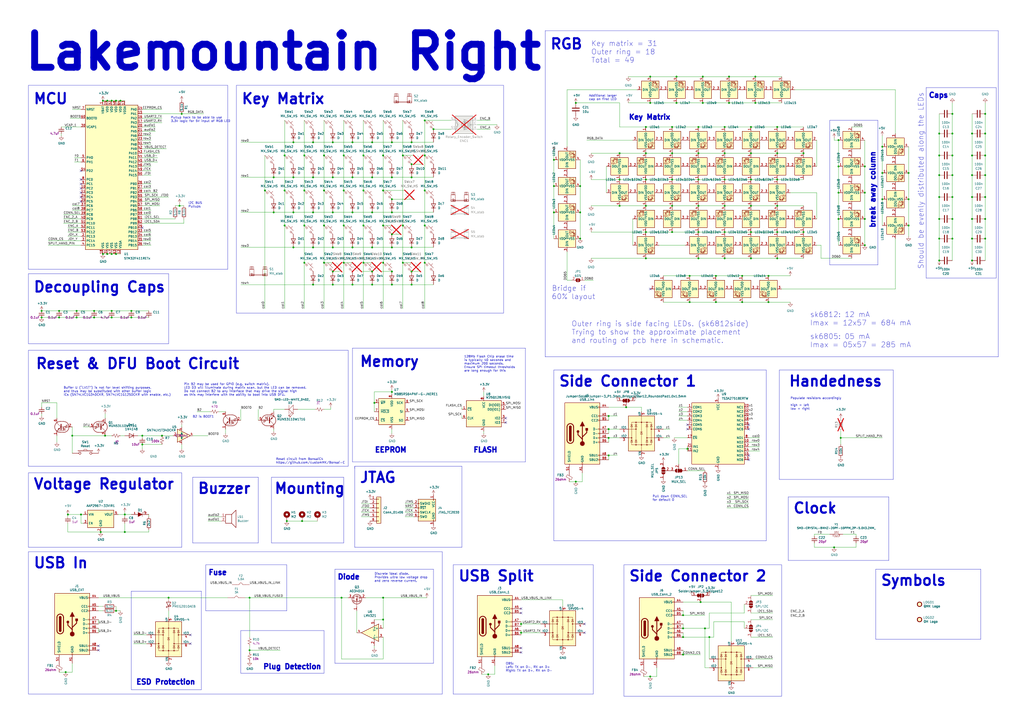
<source format=kicad_sch>
(kicad_sch (version 20230121) (generator eeschema)
  (paper "A2")
  (title_block (title "Lakemountain Right") (date "2023-03-04") (rev "Rev1"))
  (junction (at 238.76 165.1))
  (junction (at 552.45 138.43))
  (junction (at 144.78 346.71))
  (junction (at 374.65 134.62))
  (junction (at 405.13 149.86))
  (junction (at 334.01 279.4))
  (junction (at 204.47 165.1))
  (junction (at 181.61 165.1))
  (junction (at 450.85 104.14))
  (junction (at 215.9 123.19))
  (junction (at 435.61 119.38))
  (junction (at 175.26 302.26))
  (junction (at 415.29 160.02))
  (junction (at 233.68 90.17))
  (junction (at 187.96 152.4))
  (junction (at 420.37 119.38))
  (junction (at 215.9 102.87))
  (junction (at 435.61 88.9))
  (junction (at 227.33 82.55))
  (junction (at 374.65 104.14))
  (junction (at 450.85 119.38))
  (junction (at 238.76 143.51))
  (junction (at 336.55 138.43))
  (junction (at 407.67 59.69))
  (junction (at 420.37 134.62))
  (junction (at 176.53 110.49))
  (junction (at 353.06 241.3))
  (junction (at 501.65 142.24))
  (junction (at 487.68 254))
  (junction (at 64.77 58.42))
  (junction (at 158.75 123.19))
  (junction (at 435.61 134.62))
  (junction (at 204.47 82.55))
  (junction (at 199.39 90.17))
  (junction (at 198.12 346.71))
  (junction (at 82.55 252.73))
  (junction (at 420.37 149.86))
  (junction (at 435.61 149.86))
  (junction (at 400.05 175.26))
  (junction (at 67.31 354.33))
  (junction (at 105.41 66.04))
  (junction (at 389.89 88.9))
  (junction (at 527.05 130.81))
  (junction (at 420.37 104.14))
  (junction (at 398.78 260.35))
  (junction (at 374.65 149.86))
  (junction (at 165.1 130.81))
  (junction (at 389.89 119.38))
  (junction (at 435.61 104.14))
  (junction (at 359.41 88.9))
  (junction (at 187.96 130.81))
  (junction (at 420.37 73.66))
  (junction (at 210.82 90.17))
  (junction (at 563.88 77.47))
  (junction (at 571.5 138.43))
  (junction (at 227.33 115.57))
  (junction (at 165.1 110.49))
  (junction (at 450.85 134.62))
  (junction (at 181.61 82.55))
  (junction (at 486.41 81.28))
  (junction (at 450.85 149.86))
  (junction (at 396.24 356.87))
  (junction (at 76.2 184.15))
  (junction (at 104.14 119.38))
  (junction (at 193.04 165.1))
  (junction (at 544.83 90.17))
  (junction (at 527.05 100.33))
  (junction (at 246.38 130.81))
  (junction (at 571.5 114.3))
  (junction (at 353.06 264.16))
  (junction (at 58.42 308.61))
  (junction (at 544.83 114.3))
  (junction (at 392.43 59.69))
  (junction (at 187.96 90.17))
  (junction (at 563.88 114.3))
  (junction (at 24.13 184.15))
  (junction (at 389.89 104.14))
  (junction (at 222.25 152.4))
  (junction (at 396.24 364.49))
  (junction (at 450.85 73.66))
  (junction (at 64.77 147.32))
  (junction (at 76.2 180.34))
  (junction (at 54.61 184.15))
  (junction (at 486.41 111.76))
  (junction (at 69.85 58.42))
  (junction (at 54.61 180.34))
  (junction (at 165.1 90.17))
  (junction (at 389.89 134.62))
  (junction (at 552.45 101.6))
  (junction (at 552.45 77.47))
  (junction (at 193.04 102.87))
  (junction (at 363.22 236.22))
  (junction (at 144.78 377.19))
  (junction (at 246.38 152.4))
  (junction (at 359.41 104.14))
  (junction (at 67.31 58.42))
  (junction (at 246.38 69.85))
  (junction (at 97.79 346.71))
  (junction (at 377.19 392.43))
  (junction (at 405.13 88.9))
  (junction (at 204.47 123.19))
  (junction (at 204.47 102.87))
  (junction (at 353.06 248.92))
  (junction (at 411.48 369.57))
  (junction (at 511.81 85.09))
  (junction (at 552.45 127))
  (junction (at 153.67 110.49))
  (junction (at 238.76 102.87))
  (junction (at 466.09 88.9))
  (junction (at 215.9 165.1))
  (junction (at 511.81 100.33))
  (junction (at 422.91 59.69))
  (junction (at 501.65 96.52))
  (junction (at 158.75 102.87))
  (junction (at 415.29 175.26))
  (junction (at 501.65 111.76))
  (junction (at 544.83 101.6))
  (junction (at 222.25 359.41))
  (junction (at 408.94 364.49))
  (junction (at 215.9 157.48))
  (junction (at 24.13 180.34))
  (junction (at 193.04 143.51))
  (junction (at 62.23 147.32))
  (junction (at 396.24 379.73))
  (junction (at 405.13 134.62))
  (junction (at 210.82 152.4))
  (junction (at 544.83 127))
  (junction (at 246.38 90.17))
  (junction (at 486.41 96.52))
  (junction (at 210.82 130.81))
  (junction (at 563.88 138.43))
  (junction (at 544.83 77.47))
  (junction (at 64.77 184.15))
  (junction (at 166.37 302.26))
  (junction (at 170.18 102.87))
  (junction (at 44.45 180.34))
  (junction (at 72.39 298.45))
  (junction (at 215.9 143.51))
  (junction (at 302.26 361.95))
  (junction (at 377.19 59.69))
  (junction (at 82.55 257.81))
  (junction (at 215.9 82.55))
  (junction (at 44.45 184.15))
  (junction (at 396.24 369.57))
  (junction (at 210.82 110.49))
  (junction (at 353.06 254))
  (junction (at 466.09 134.62))
  (junction (at 435.61 73.66))
  (junction (at 445.77 160.02))
  (junction (at 321.31 107.95))
  (junction (at 93.98 252.73))
  (junction (at 571.5 77.47))
  (junction (at 445.77 175.26))
  (junction (at 222.25 110.49))
  (junction (at 193.04 123.19))
  (junction (at 72.39 308.61))
  (junction (at 438.15 44.45))
  (junction (at 227.33 157.48))
  (junction (at 233.68 152.4))
  (junction (at 571.5 66.04))
  (junction (at 430.53 175.26))
  (junction (at 374.65 119.38))
  (junction (at 563.88 151.13))
  (junction (at 227.33 227.33))
  (junction (at 552.45 66.04))
  (junction (at 233.68 130.81))
  (junction (at 336.55 123.19))
  (junction (at 193.04 157.48))
  (junction (at 406.4 349.25))
  (junction (at 563.88 127))
  (junction (at 46.99 298.45))
  (junction (at 571.5 90.17))
  (junction (at 64.77 180.34))
  (junction (at 34.29 184.15))
  (junction (at 438.15 59.69))
  (junction (at 400.05 160.02))
  (junction (at 176.53 90.17))
  (junction (at 222.25 90.17))
  (junction (at 407.67 44.45))
  (junction (at 430.53 160.02))
  (junction (at 422.91 44.45))
  (junction (at 563.88 90.17))
  (junction (at 420.37 88.9))
  (junction (at 59.69 58.42))
  (junction (at 222.25 130.81))
  (junction (at 34.29 180.34))
  (junction (at 204.47 143.51))
  (junction (at 199.39 110.49))
  (junction (at 527.05 115.57))
  (junction (at 359.41 119.38))
  (junction (at 283.21 391.16))
  (junction (at 389.89 73.66))
  (junction (at 302.26 367.03))
  (junction (at 483.87 317.5))
  (junction (at 563.88 101.6))
  (junction (at 62.23 58.42))
  (junction (at 227.33 165.1))
  (junction (at 222.25 346.71))
  (junction (at 60.96 252.73))
  (junction (at 227.33 102.87))
  (junction (at 571.5 101.6))
  (junction (at 321.31 123.19))
  (junction (at 392.43 44.45))
  (junction (at 238.76 82.55))
  (junction (at 217.17 233.68))
  (junction (at 334.01 59.69))
  (junction (at 187.96 110.49))
  (junction (at 405.13 73.66))
  (junction (at 552.45 90.17))
  (junction (at 374.65 88.9))
  (junction (at 59.69 147.32))
  (junction (at 405.13 119.38))
  (junction (at 181.61 102.87))
  (junction (at 170.18 143.51))
  (junction (at 544.83 138.43))
  (junction (at 571.5 127))
  (junction (at 227.33 143.51))
  (junction (at 552.45 114.3))
  (junction (at 450.85 88.9))
  (junction (at 39.37 298.45))
  (junction (at 374.65 73.66))
  (junction (at 199.39 130.81))
  (junction (at 486.41 127))
  (junction (at 227.33 123.19))
  (junction (at 501.65 127))
  (junction (at 246.38 110.49))
  (junction (at 336.55 107.95))
  (junction (at 199.39 152.4))
  (junction (at 181.61 143.51))
  (junction (at 170.18 123.19))
  (junction (at 238.76 95.25))
  (junction (at 176.53 152.4))
  (junction (at 238.76 157.48))
  (junction (at 251.46 74.93))
  (junction (at 170.18 82.55))
  (junction (at 405.13 104.14))
  (junction (at 511.81 115.57))
  (junction (at 181.61 123.19))
  (junction (at 377.19 44.45))
  (junction (at 38.1 389.89))
  (junction (at 193.04 82.55))
  (junction (at 321.31 92.71))
  (junction (at 176.53 130.81))
  (junction (at 227.33 135.89))
  (junction (at 544.83 151.13))
  (junction (at 41.91 252.73))
  (junction (at 67.31 147.32))
  (no_connect (at 434.34 248.92))
  (no_connect (at 46.99 99.06))
  (no_connect (at 377.19 167.64))
  (no_connect (at 110.49 373.38))
  (no_connect (at 302.26 378.46))
  (no_connect (at 339.09 361.95))
  (no_connect (at 46.99 116.84))
  (no_connect (at 398.78 248.92))
  (no_connect (at 46.99 104.14))
  (no_connect (at 46.99 109.22))
  (no_connect (at 57.15 374.65))
  (no_connect (at 434.34 266.7))
  (no_connect (at 434.34 246.38))
  (no_connect (at 302.26 355.6))
  (no_connect (at 339.09 367.03))
  (no_connect (at 46.99 114.3))
  (no_connect (at 398.78 246.38))
  (no_connect (at 293.37 245.11))
  (no_connect (at 293.37 242.57))
  (no_connect (at 82.55 132.08))
  (no_connect (at 302.26 375.92))
  (no_connect (at 434.34 264.16))
  (no_connect (at 57.15 377.19))
  (no_connect (at 46.99 111.76))
  (no_connect (at 110.49 368.3))
  (no_connect (at 46.99 106.68))
  (no_connect (at 302.26 353.06))
  (wire (pts (xy 187.96 130.81) (xy 187.96 152.4)))
  (wire (pts (xy 105.41 246.38) (xy 105.41 247.65)))
  (wire (pts (xy 496.57 317.5) (xy 496.57 314.96)))
  (wire (pts (xy 328.93 52.07) (xy 369.57 52.07)))
  (wire (pts (xy 67.31 147.32) (xy 69.85 147.32)))
  (polyline (pts (xy 251.46 330.2) (xy 251.46 384.81)))
  (wire (pts (xy 165.1 110.49) (xy 165.1 130.81)))
  (wire (pts (xy 420.37 119.38) (xy 435.61 119.38)))
  (wire (pts (xy 487.68 254) (xy 487.68 257.81)))
  (wire (pts (xy 321.31 107.95) (xy 321.31 123.19)))
  (wire (pts (xy 222.25 110.49) (xy 222.25 130.81)))
  (wire (pts (xy 199.39 130.81) (xy 199.39 152.4)))
  (wire (pts (xy 64.77 147.32) (xy 67.31 147.32)))
  (wire (pts (xy 438.15 44.45) (xy 453.39 44.45)))
  (wire (pts (xy 144.78 377.19) (xy 162.56 377.19)))
  (wire (pts (xy 405.13 134.62) (xy 420.37 134.62)))
  (polyline (pts (xy 205.74 270.51) (xy 205.74 271.78)))
  (polyline (pts (xy 256.54 320.04) (xy 256.54 402.59)))
  (wire (pts (xy 158.75 237.49) (xy 158.75 238.76)))
  (wire (pts (xy 552.45 114.3) (xy 552.45 101.6)))
  (wire (pts (xy 487.68 254) (xy 511.81 254)))
  (wire (pts (xy 60.96 240.03) (xy 60.96 242.57)))
  (wire (pts (xy 374.65 119.38) (xy 389.89 119.38)))
  (wire (pts (xy 440.69 261.62) (xy 434.34 261.62)))
  (wire (pts (xy 342.9 88.9) (xy 359.41 88.9)))
  (wire (pts (xy 209.55 157.48) (xy 215.9 157.48)))
  (polyline (pts (xy 457.2 288.29) (xy 515.62 288.29)))
  (wire (pts (xy 302.26 365.76) (xy 302.26 367.03)))
  (wire (pts (xy 359.41 73.66) (xy 359.41 59.69)))
  (wire (pts (xy 181.61 123.19) (xy 193.04 123.19)))
  (wire (pts (xy 210.82 130.81) (xy 210.82 152.4)))
  (wire (pts (xy 435.61 73.66) (xy 450.85 73.66)))
  (wire (pts (xy 389.89 88.9) (xy 405.13 88.9)))
  (wire (pts (xy 27.94 139.7) (xy 46.99 139.7)))
  (wire (pts (xy 414.02 360.68) (xy 414.02 369.57)))
  (wire (pts (xy 392.43 59.69) (xy 377.19 59.69)))
  (wire (pts (xy 210.82 152.4) (xy 210.82 179.07)))
  (polyline (pts (xy 537.21 50.8) (xy 537.21 161.29)))
  (wire (pts (xy 24.13 184.15) (xy 34.29 184.15)))
  (wire (pts (xy 527.05 137.16) (xy 527.05 130.81)))
  (wire (pts (xy 62.23 147.32) (xy 64.77 147.32)))
  (wire (pts (xy 35.56 73.66) (xy 46.99 73.66)))
  (wire (pts (xy 222.25 69.85) (xy 222.25 90.17)))
  (wire (pts (xy 353.06 236.22) (xy 363.22 236.22)))
  (wire (pts (xy 204.47 102.87) (xy 215.9 102.87)))
  (wire (pts (xy 41.91 119.38) (xy 46.99 119.38)))
  (wire (pts (xy 76.2 184.15) (xy 86.36 184.15)))
  (wire (pts (xy 552.45 77.47) (xy 552.45 66.04)))
  (wire (pts (xy 405.13 73.66) (xy 420.37 73.66)))
  (wire (pts (xy 287.02 386.08) (xy 287.02 391.16)))
  (wire (pts (xy 359.41 73.66) (xy 374.65 73.66)))
  (wire (pts (xy 199.39 69.85) (xy 199.39 90.17)))
  (wire (pts (xy 476.25 149.86) (xy 494.03 149.86)))
  (wire (pts (xy 59.69 58.42) (xy 62.23 58.42)))
  (wire (pts (xy 58.42 308.61) (xy 72.39 308.61)))
  (wire (pts (xy 473.71 81.28) (xy 473.71 96.52)))
  (wire (pts (xy 101.6 119.38) (xy 104.14 119.38)))
  (wire (pts (xy 511.81 85.09) (xy 511.81 100.33)))
  (wire (pts (xy 175.26 302.26) (xy 184.15 302.26)))
  (wire (pts (xy 39.37 134.62) (xy 46.99 134.62)))
  (wire (pts (xy 424.18 349.25) (xy 424.18 372.11)))
  (wire (pts (xy 472.44 314.96) (xy 472.44 317.5)))
  (polyline (pts (xy 509.27 69.85) (xy 509.27 153.67)))
  (wire (pts (xy 334.01 279.4) (xy 337.82 279.4)))
  (wire (pts (xy 411.48 369.57) (xy 396.24 369.57)))
  (wire (pts (xy 450.85 134.62) (xy 466.09 134.62)))
  (wire (pts (xy 302.26 367.03) (xy 302.26 368.3)))
  (wire (pts (xy 209.55 297.18) (xy 214.63 297.18)))
  (wire (pts (xy 69.85 252.73) (xy 72.39 252.73)))
  (wire (pts (xy 46.99 298.45) (xy 48.26 298.45)))
  (wire (pts (xy 511.81 78.74) (xy 511.81 85.09)))
  (wire (pts (xy 87.63 101.6) (xy 82.55 101.6)))
  (wire (pts (xy 139.7 82.55) (xy 170.18 82.55)))
  (polyline (pts (xy 116.84 342.9) (xy 76.2 342.9)))
  (wire (pts (xy 411.48 355.6) (xy 411.48 364.49)))
  (polyline (pts (xy 444.5 214.63) (xy 444.5 313.69)))
  (polyline (pts (xy 166.37 327.66) (xy 119.38 327.66)))
  (wire (pts (xy 571.5 66.04) (xy 571.5 59.69)))
  (polyline (pts (xy 16.51 49.53) (xy 16.51 156.21)))
  (wire (pts (xy 440.69 254) (xy 434.34 254)))
  (wire (pts (xy 120.65 299.72) (xy 128.27 299.72)))
  (wire (pts (xy 227.33 165.1) (xy 238.76 165.1)))
  (wire (pts (xy 41.91 252.73) (xy 60.96 252.73)))
  (polyline (pts (xy 321.31 214.63) (xy 444.5 214.63)))
  (wire (pts (xy 472.44 309.88) (xy 472.44 311.15)))
  (polyline (pts (xy 509.27 153.67) (xy 481.33 153.67)))
  (wire (pts (xy 563.88 101.6) (xy 563.88 90.17)))
  (wire (pts (xy 39.37 298.45) (xy 46.99 298.45)))
  (polyline (pts (xy 267.97 317.5) (xy 267.97 270.51)))
  (wire (pts (xy 41.91 252.73) (xy 41.91 262.89)))
  (wire (pts (xy 82.55 127) (xy 101.6 127)))
  (wire (pts (xy 57.15 367.03) (xy 57.15 364.49)))
  (wire (pts (xy 389.89 134.62) (xy 405.13 134.62)))
  (wire (pts (xy 527.05 100.33) (xy 527.05 115.57)))
  (wire (pts (xy 276.86 74.93) (xy 284.48 74.93)))
  (wire (pts (xy 82.55 119.38) (xy 92.71 119.38)))
  (wire (pts (xy 64.77 180.34) (xy 76.2 180.34)))
  (wire (pts (xy 234.95 294.64) (xy 240.03 294.64)))
  (wire (pts (xy 43.18 93.98) (xy 46.99 93.98)))
  (polyline (pts (xy 157.48 276.86) (xy 157.48 314.96)))
  (wire (pts (xy 438.15 59.69) (xy 422.91 59.69)))
  (polyline (pts (xy 577.85 161.29) (xy 537.21 161.29)))
  (wire (pts (xy 374.65 134.62) (xy 389.89 134.62)))
  (wire (pts (xy 39.37 132.08) (xy 46.99 132.08)))
  (wire (pts (xy 238.76 95.25) (xy 245.11 95.25)))
  (wire (pts (xy 204.47 82.55) (xy 215.9 82.55)))
  (wire (pts (xy 77.47 368.3) (xy 85.09 368.3)))
  (wire (pts (xy 353.06 248.92) (xy 353.06 251.46)))
  (wire (pts (xy 41.91 63.5) (xy 46.99 63.5)))
  (wire (pts (xy 82.55 252.73) (xy 93.98 252.73)))
  (polyline (pts (xy 292.1 181.61) (xy 137.16 181.61)))
  (wire (pts (xy 486.41 127) (xy 486.41 142.24)))
  (wire (pts (xy 227.33 135.89) (xy 232.41 135.89)))
  (wire (pts (xy 246.38 90.17) (xy 246.38 110.49)))
  (wire (pts (xy 36.83 127) (xy 46.99 127)))
  (wire (pts (xy 389.89 73.66) (xy 405.13 73.66)))
  (wire (pts (xy 234.95 297.18) (xy 240.03 297.18)))
  (wire (pts (xy 193.04 165.1) (xy 204.47 165.1)))
  (wire (pts (xy 158.75 123.19) (xy 170.18 123.19)))
  (wire (pts (xy 431.8 364.49) (xy 431.8 360.68)))
  (wire (pts (xy 501.65 81.28) (xy 501.65 96.52)))
  (wire (pts (xy 165.1 130.81) (xy 165.1 179.07)))
  (wire (pts (xy 67.31 354.33) (xy 67.31 351.79)))
  (wire (pts (xy 519.43 167.64) (xy 453.39 167.64)))
  (wire (pts (xy 170.18 82.55) (xy 181.61 82.55)))
  (wire (pts (xy 571.5 101.6) (xy 571.5 90.17)))
  (wire (pts (xy 396.24 349.25) (xy 406.4 349.25)))
  (wire (pts (xy 166.37 302.26) (xy 175.26 302.26)))
  (wire (pts (xy 233.68 69.85) (xy 233.68 90.17)))
  (polyline (pts (xy 16.51 274.32) (xy 16.51 317.5)))
  (wire (pts (xy 34.29 389.89) (xy 38.1 389.89)))
  (wire (pts (xy 176.53 69.85) (xy 176.53 90.17)))
  (wire (pts (xy 408.94 387.35) (xy 408.94 364.49)))
  (wire (pts (xy 86.36 307.34) (xy 86.36 308.61)))
  (wire (pts (xy 431.8 360.68) (xy 414.02 360.68)))
  (polyline (pts (xy 452.12 214.63) (xy 518.16 214.63)))
  (wire (pts (xy 519.43 52.07) (xy 519.43 77.47)))
  (wire (pts (xy 302.26 361.95) (xy 313.69 361.95)))
  (wire (pts (xy 238.76 82.55) (xy 251.46 82.55)))
  (wire (pts (xy 358.14 241.3) (xy 353.06 241.3)))
  (wire (pts (xy 72.39 297.18) (xy 72.39 298.45)))
  (wire (pts (xy 544.83 127) (xy 544.83 114.3)))
  (polyline (pts (xy 481.33 69.85) (xy 509.27 69.85)))
  (wire (pts (xy 170.18 143.51) (xy 181.61 143.51)))
  (wire (pts (xy 187.96 69.85) (xy 187.96 90.17)))
  (wire (pts (xy 519.43 138.43) (xy 519.43 167.64)))
  (wire (pts (xy 326.39 347.98) (xy 326.39 351.79)))
  (wire (pts (xy 501.65 96.52) (xy 501.65 111.76)))
  (wire (pts (xy 396.24 361.95) (xy 396.24 364.49)))
  (wire (pts (xy 393.7 241.3) (xy 398.78 241.3)))
  (wire (pts (xy 302.26 363.22) (xy 302.26 361.95)))
  (wire (pts (xy 359.41 119.38) (xy 374.65 119.38)))
  (wire (pts (xy 82.55 93.98) (xy 91.44 93.98)))
  (wire (pts (xy 233.68 90.17) (xy 240.03 90.17)))
  (wire (pts (xy 406.4 379.73) (xy 396.24 379.73)))
  (polyline (pts (xy 149.86 314.96) (xy 111.76 314.96)))
  (wire (pts (xy 199.39 110.49) (xy 199.39 130.81)))
  (wire (pts (xy 431.8 355.6) (xy 431.8 350.52)))
  (wire (pts (xy 552.45 101.6) (xy 552.45 90.17)))
  (wire (pts (xy 217.17 227.33) (xy 217.17 233.68)))
  (wire (pts (xy 82.55 76.2) (xy 90.17 76.2)))
  (polyline (pts (xy 256.54 402.59) (xy 16.51 402.59)))
  (wire (pts (xy 246.38 130.81) (xy 246.38 152.4)))
  (wire (pts (xy 187.96 152.4) (xy 187.96 179.07)))
  (wire (pts (xy 40.64 68.58) (xy 46.99 68.58)))
  (wire (pts (xy 97.79 354.33) (xy 97.79 358.14)))
  (wire (pts (xy 199.39 152.4) (xy 204.47 152.4)))
  (wire (pts (xy 398.78 259.08) (xy 398.78 260.35)))
  (polyline (pts (xy 16.51 320.04) (xy 16.51 402.59)))
  (wire (pts (xy 458.47 111.76) (xy 473.71 111.76)))
  (wire (pts (xy 381 387.35) (xy 381 392.43)))
  (wire (pts (xy 210.82 90.17) (xy 210.82 110.49)))
  (wire (pts (xy 450.85 88.9) (xy 466.09 88.9)))
  (wire (pts (xy 321.31 123.19) (xy 321.31 138.43)))
  (polyline (pts (xy 304.8 267.97) (xy 204.47 267.97)))
  (wire (pts (xy 181.61 143.51) (xy 193.04 143.51)))
  (wire (pts (xy 144.78 346.71) (xy 198.12 346.71)))
  (wire (pts (xy 342.9 134.62) (xy 374.65 134.62)))
  (wire (pts (xy 407.67 59.69) (xy 392.43 59.69)))
  (polyline (pts (xy 199.39 276.86) (xy 199.39 314.96)))
  (wire (pts (xy 139.7 165.1) (xy 181.61 165.1)))
  (wire (pts (xy 41.91 384.81) (xy 41.91 389.89)))
  (wire (pts (xy 435.61 134.62) (xy 450.85 134.62)))
  (wire (pts (xy 483.87 81.28) (xy 486.41 81.28)))
  (wire (pts (xy 33.02 252.73) (xy 33.02 256.54)))
  (wire (pts (xy 372.11 236.22) (xy 372.11 238.76)))
  (wire (pts (xy 552.45 90.17) (xy 552.45 77.47)))
  (wire (pts (xy 204.47 165.1) (xy 215.9 165.1)))
  (wire (pts (xy 336.55 92.71) (xy 336.55 107.95)))
  (wire (pts (xy 82.55 129.54) (xy 106.68 129.54)))
  (wire (pts (xy 342.9 149.86) (xy 374.65 149.86)))
  (wire (pts (xy 207.01 367.03) (xy 207.01 354.33)))
  (wire (pts (xy 374.65 104.14) (xy 389.89 104.14)))
  (wire (pts (xy 342.9 119.38) (xy 359.41 119.38)))
  (wire (pts (xy 24.13 180.34) (xy 34.29 180.34)))
  (wire (pts (xy 93.98 63.5) (xy 82.55 63.5)))
  (wire (pts (xy 246.38 110.49) (xy 246.38 130.81)))
  (wire (pts (xy 445.77 160.02) (xy 458.47 160.02)))
  (wire (pts (xy 563.88 138.43) (xy 563.88 127)))
  (wire (pts (xy 435.61 149.86) (xy 450.85 149.86)))
  (wire (pts (xy 430.53 175.26) (xy 445.77 175.26)))
  (wire (pts (xy 64.77 252.73) (xy 60.96 252.73)))
  (wire (pts (xy 158.75 237.49) (xy 165.1 237.49)))
  (wire (pts (xy 217.17 233.68) (xy 217.17 238.76)))
  (wire (pts (xy 233.68 90.17) (xy 233.68 130.81)))
  (wire (pts (xy 486.41 81.28) (xy 486.41 96.52)))
  (wire (pts (xy 139.7 143.51) (xy 170.18 143.51)))
  (polyline (pts (xy 205.74 317.5) (xy 267.97 317.5)))
  (wire (pts (xy 391.16 254) (xy 398.78 254)))
  (wire (pts (xy 198.12 346.71) (xy 201.93 346.71)))
  (wire (pts (xy 420.37 88.9) (xy 435.61 88.9)))
  (wire (pts (xy 59.69 354.33) (xy 57.15 354.33)))
  (wire (pts (xy 215.9 123.19) (xy 227.33 123.19)))
  (wire (pts (xy 153.67 90.17) (xy 153.67 110.49)))
  (wire (pts (xy 227.33 143.51) (xy 238.76 143.51)))
  (wire (pts (xy 552.45 151.13) (xy 552.45 138.43)))
  (wire (pts (xy 448.31 382.27) (xy 436.88 382.27)))
  (polyline (pts (xy 579.12 17.78) (xy 579.12 207.01)))
  (wire (pts (xy 353.06 248.92) (xy 359.41 248.92)))
  (wire (pts (xy 321.31 87.63) (xy 321.31 92.71)))
  (wire (pts (xy 77.47 373.38) (xy 85.09 373.38)))
  (wire (pts (xy 142.24 346.71) (xy 144.78 346.71)))
  (wire (pts (xy 57.15 346.71) (xy 97.79 346.71)))
  (wire (pts (xy 114.3 238.76) (xy 121.92 238.76)))
  (wire (pts (xy 411.48 364.49) (xy 408.94 364.49)))
  (wire (pts (xy 233.68 152.4) (xy 238.76 152.4)))
  (wire (pts (xy 106.68 129.54) (xy 106.68 127)))
  (wire (pts (xy 571.5 77.47) (xy 571.5 66.04)))
  (wire (pts (xy 215.9 82.55) (xy 227.33 82.55)))
  (wire (pts (xy 415.29 160.02) (xy 430.53 160.02)))
  (wire (pts (xy 389.89 104.14) (xy 405.13 104.14)))
  (wire (pts (xy 359.41 88.9) (xy 374.65 88.9)))
  (wire (pts (xy 422.91 59.69) (xy 407.67 59.69)))
  (wire (pts (xy 105.41 260.35) (xy 105.41 257.81)))
  (wire (pts (xy 435.61 355.6) (xy 448.31 355.6)))
  (wire (pts (xy 217.17 375.92) (xy 217.17 374.65)))
  (polyline (pts (xy 316.23 17.78) (xy 316.23 207.01)))
  (wire (pts (xy 59.69 147.32) (xy 62.23 147.32)))
  (polyline (pts (xy 119.38 327.66) (xy 119.38 354.33)))
  (wire (pts (xy 267.97 242.57) (xy 267.97 241.3)))
  (wire (pts (xy 398.78 273.05) (xy 408.94 273.05)))
  (wire (pts (xy 187.96 110.49) (xy 187.96 130.81)))
  (wire (pts (xy 400.05 160.02) (xy 415.29 160.02)))
  (wire (pts (xy 172.72 237.49) (xy 182.88 237.49)))
  (wire (pts (xy 420.37 73.66) (xy 435.61 73.66)))
  (wire (pts (xy 563.88 138.43) (xy 563.88 151.13)))
  (polyline (pts (xy 457.2 325.12) (xy 457.2 288.29)))
  (wire (pts (xy 212.09 346.71) (xy 222.25 346.71)))
  (polyline (pts (xy 515.62 288.29) (xy 515.62 325.12)))
  (polyline (pts (xy 508 330.2) (xy 508 370.84)))
  (polyline (pts (xy 251.46 384.81) (xy 194.31 384.81)))
  (polyline (pts (xy 361.95 403.86) (xy 453.39 403.86)))
  (polyline (pts (xy 16.51 320.04) (xy 256.54 320.04)))
  (wire (pts (xy 227.33 82.55) (xy 238.76 82.55)))
  (polyline (pts (xy 262.89 327.66) (xy 344.17 327.66)))
  (wire (pts (xy 165.1 69.85) (xy 165.1 90.17)))
  (wire (pts (xy 251.46 74.93) (xy 261.62 74.93)))
  (wire (pts (xy 82.55 116.84) (xy 92.71 116.84)))
  (wire (pts (xy 82.55 78.74) (xy 87.63 78.74)))
  (wire (pts (xy 450.85 104.14) (xy 466.09 104.14)))
  (wire (pts (xy 384.81 160.02) (xy 400.05 160.02)))
  (wire (pts (xy 450.85 73.66) (xy 466.09 73.66)))
  (wire (pts (xy 337.82 274.32) (xy 337.82 279.4)))
  (wire (pts (xy 198.12 382.27) (xy 222.25 382.27)))
  (wire (pts (xy 215.9 165.1) (xy 227.33 165.1)))
  (polyline (pts (xy 201.93 270.51) (xy 16.51 270.51)))
  (polyline (pts (xy 119.38 354.33) (xy 166.37 354.33)))
  (wire (pts (xy 227.33 226.06) (xy 227.33 227.33)))
  (wire (pts (xy 398.78 260.35) (xy 398.78 261.62)))
  (wire (pts (xy 222.25 152.4) (xy 222.25 179.07)))
  (wire (pts (xy 359.41 104.14) (xy 374.65 104.14)))
  (polyline (pts (xy 16.51 158.75) (xy 16.51 199.39)))
  (wire (pts (xy 472.44 317.5) (xy 483.87 317.5)))
  (polyline (pts (xy 199.39 314.96) (xy 157.48 314.96)))
  (wire (pts (xy 438.15 59.69) (xy 453.39 59.69)))
  (wire (pts (xy 39.37 137.16) (xy 46.99 137.16)))
  (wire (pts (xy 302.26 347.98) (xy 326.39 347.98)))
  (wire (pts (xy 440.69 259.08) (xy 434.34 259.08)))
  (wire (pts (xy 563.88 77.47) (xy 563.88 66.04)))
  (wire (pts (xy 48.26 247.65) (xy 52.07 247.65)))
  (wire (pts (xy 407.67 44.45) (xy 422.91 44.45)))
  (wire (pts (xy 351.79 96.52) (xy 351.79 111.76)))
  (wire (pts (xy 571.5 114.3) (xy 571.5 101.6)))
  (wire (pts (xy 44.45 184.15) (xy 54.61 184.15)))
  (wire (pts (xy 353.06 254) (xy 359.41 254)))
  (wire (pts (xy 210.82 69.85) (xy 210.82 90.17)))
  (polyline (pts (xy 304.8 201.93) (xy 304.8 267.97)))
  (polyline (pts (xy 76.2 400.05) (xy 116.84 400.05)))
  (wire (pts (xy 544.83 101.6) (xy 544.83 90.17)))
  (wire (pts (xy 374.65 73.66) (xy 389.89 73.66)))
  (wire (pts (xy 544.83 138.43) (xy 544.83 127)))
  (wire (pts (xy 435.61 119.38) (xy 450.85 119.38)))
  (wire (pts (xy 111.76 252.73) (xy 120.65 252.73)))
  (wire (pts (xy 388.62 254) (xy 384.81 254)))
  (wire (pts (xy 434.34 292.1) (xy 421.64 292.1)))
  (wire (pts (xy 344.17 162.56) (xy 339.09 162.56)))
  (wire (pts (xy 571.5 151.13) (xy 571.5 138.43)))
  (wire (pts (xy 82.55 252.73) (xy 82.55 254)))
  (wire (pts (xy 204.47 123.19) (xy 215.9 123.19)))
  (wire (pts (xy 72.39 298.45) (xy 72.39 299.72)))
  (polyline (pts (xy 537.21 50.8) (xy 577.85 50.8)))
  (wire (pts (xy 414.02 369.57) (xy 411.48 369.57)))
  (wire (pts (xy 39.37 308.61) (xy 58.42 308.61)))
  (wire (pts (xy 328.93 162.56) (xy 328.93 146.05)))
  (wire (pts (xy 377.19 392.43) (xy 381 392.43)))
  (polyline (pts (xy 16.51 158.75) (xy 97.79 158.75)))
  (wire (pts (xy 67.31 58.42) (xy 69.85 58.42)))
  (wire (pts (xy 54.61 184.15) (xy 64.77 184.15)))
  (wire (pts (xy 144.78 377.19) (xy 144.78 378.46)))
  (wire (pts (xy 82.55 134.62) (xy 87.63 134.62)))
  (wire (pts (xy 411.48 387.35) (xy 408.94 387.35)))
  (wire (pts (xy 527.05 115.57) (xy 527.05 130.81)))
  (wire (pts (xy 238.76 143.51) (xy 251.46 143.51)))
  (wire (pts (xy 24.13 241.3) (xy 24.13 240.03)))
  (polyline (pts (xy 579.12 207.01) (xy 316.23 207.01)))
  (wire (pts (xy 87.63 96.52) (xy 82.55 96.52)))
  (wire (pts (xy 472.44 309.88) (xy 481.33 309.88)))
  (wire (pts (xy 227.33 227.33) (xy 217.17 227.33)))
  (wire (pts (xy 473.71 111.76) (xy 473.71 127)))
  (wire (pts (xy 400.05 175.26) (xy 415.29 175.26)))
  (wire (pts (xy 384.81 175.26) (xy 400.05 175.26)))
  (polyline (pts (xy 137.16 49.53) (xy 292.1 49.53)))
  (wire (pts (xy 496.57 309.88) (xy 496.57 311.15)))
  (wire (pts (xy 181.61 82.55) (xy 193.04 82.55)))
  (wire (pts (xy 158.75 102.87) (xy 170.18 102.87)))
  (wire (pts (xy 27.94 142.24) (xy 46.99 142.24)))
  (wire (pts (xy 93.98 68.58) (xy 82.55 68.58)))
  (wire (pts (xy 222.25 382.27) (xy 222.25 369.57)))
  (wire (pts (xy 193.04 102.87) (xy 204.47 102.87)))
  (wire (pts (xy 511.81 115.57) (xy 511.81 130.81)))
  (wire (pts (xy 82.55 73.66) (xy 90.17 73.66)))
  (wire (pts (xy 227.33 115.57) (xy 240.03 115.57)))
  (wire (pts (xy 276.86 72.39) (xy 288.29 72.39)))
  (wire (pts (xy 82.55 257.81) (xy 93.98 257.81)))
  (wire (pts (xy 283.21 391.16) (xy 287.02 391.16)))
  (wire (pts (xy 64.77 184.15) (xy 76.2 184.15)))
  (wire (pts (xy 34.29 184.15) (xy 44.45 184.15)))
  (wire (pts (xy 486.41 96.52) (xy 486.41 111.76)))
  (wire (pts (xy 153.67 110.49) (xy 153.67 179.07)))
  (polyline (pts (xy 132.08 156.21) (xy 16.51 156.21)))
  (wire (pts (xy 41.91 121.92) (xy 46.99 121.92)))
  (wire (pts (xy 396.24 354.33) (xy 396.24 356.87)))
  (wire (pts (xy 377.19 44.45) (xy 364.49 44.45)))
  (polyline (pts (xy 518.16 214.63) (xy 518.16 278.13)))
  (polyline (pts (xy 267.97 270.51) (xy 205.74 270.51)))
  (wire (pts (xy 450.85 119.38) (xy 466.09 119.38)))
  (wire (pts (xy 483.87 317.5) (xy 496.57 317.5)))
  (wire (pts (xy 420.37 104.14) (xy 435.61 104.14)))
  (wire (pts (xy 483.87 80.01) (xy 483.87 81.28)))
  (wire (pts (xy 388.62 248.92) (xy 384.81 248.92)))
  (polyline (pts (xy 204.47 201.93) (xy 304.8 201.93)))
  (polyline (pts (xy 111.76 276.86) (xy 149.86 276.86)))
  (wire (pts (xy 406.4 349.25) (xy 424.18 349.25)))
  (wire (pts (xy 82.55 257.81) (xy 82.55 260.35)))
  (wire (pts (xy 227.33 248.92) (xy 227.33 251.46)))
  (wire (pts (xy 176.53 110.49) (xy 176.53 130.81)))
  (polyline (pts (xy 137.16 49.53) (xy 137.16 181.61)))
  (wire (pts (xy 445.77 175.26) (xy 458.47 175.26)))
  (wire (pts (xy 421.64 289.56) (xy 434.34 289.56)))
  (wire (pts (xy 374.65 88.9) (xy 389.89 88.9)))
  (polyline (pts (xy 97.79 158.75) (xy 97.79 199.39)))
  (wire (pts (xy 321.31 92.71) (xy 321.31 107.95)))
  (wire (pts (xy 198.12 346.71) (xy 198.12 382.27)))
  (wire (pts (xy 43.18 91.44) (xy 46.99 91.44)))
  (wire (pts (xy 511.81 100.33) (xy 511.81 115.57)))
  (wire (pts (xy 405.13 149.86) (xy 420.37 149.86)))
  (wire (pts (xy 34.29 180.34) (xy 44.45 180.34)))
  (wire (pts (xy 222.25 90.17) (xy 222.25 110.49)))
  (wire (pts (xy 139.7 102.87) (xy 158.75 102.87)))
  (wire (pts (xy 302.26 367.03) (xy 313.69 367.03)))
  (polyline (pts (xy 361.95 327.66) (xy 453.39 327.66)))
  (wire (pts (xy 563.88 127) (xy 563.88 114.3)))
  (wire (pts (xy 563.88 90.17) (xy 563.88 77.47)))
  (wire (pts (xy 36.83 129.54) (xy 46.99 129.54)))
  (wire (pts (xy 36.83 124.46) (xy 46.99 124.46)))
  (wire (pts (xy 571.5 127) (xy 571.5 114.3)))
  (wire (pts (xy 33.02 242.57) (xy 33.02 233.68)))
  (wire (pts (xy 165.1 90.17) (xy 165.1 110.49)))
  (wire (pts (xy 233.68 130.81) (xy 233.68 152.4)))
  (polyline (pts (xy 321.31 313.69) (xy 321.31 214.63)))
  (wire (pts (xy 246.38 69.85) (xy 261.62 69.85)))
  (wire (pts (xy 41.91 252.73) (xy 41.91 247.65)))
  (wire (pts (xy 59.69 351.79) (xy 57.15 351.79)))
  (wire (pts (xy 35.56 77.47) (xy 35.56 78.74)))
  (wire (pts (xy 139.7 123.19) (xy 158.75 123.19)))
  (wire (pts (xy 487.68 250.19) (xy 487.68 254)))
  (wire (pts (xy 353.06 254) (xy 353.06 256.54)))
  (wire (pts (xy 476.25 142.24) (xy 476.25 149.86)))
  (wire (pts (xy 500.38 73.66) (xy 494.03 73.66)))
  (wire (pts (xy 328.93 162.56) (xy 331.47 162.56)))
  (polyline (pts (xy 204.47 201.93) (xy 204.47 267.97)))
  (wire (pts (xy 363.22 236.22) (xy 372.11 236.22)))
  (wire (pts (xy 170.18 123.19) (xy 181.61 123.19)))
  (wire (pts (xy 149.86 237.49) (xy 149.86 243.84)))
  (wire (pts (xy 405.13 104.14) (xy 420.37 104.14)))
  (wire (pts (xy 158.75 248.92) (xy 158.75 250.19)))
  (wire (pts (xy 448.31 387.35) (xy 436.88 387.35)))
  (wire (pts (xy 82.55 137.16) (xy 87.63 137.16)))
  (wire (pts (xy 563.88 114.3) (xy 563.88 101.6)))
  (wire (pts (xy 210.82 152.4) (xy 215.9 152.4)))
  (wire (pts (xy 246.38 152.4) (xy 246.38 179.07)))
  (wire (pts (xy 544.83 77.47) (xy 544.83 66.04)))
  (wire (pts (xy 222.25 346.71) (xy 222.25 359.41)))
  (polyline (pts (xy 149.86 276.86) (xy 149.86 314.96)))
  (wire (pts (xy 411.48 369.57) (xy 411.48 382.27)))
  (wire (pts (xy 421.64 287.02) (xy 434.34 287.02)))
  (wire (pts (xy 199.39 90.17) (xy 199.39 110.49)))
  (polyline (pts (xy 194.31 330.2) (xy 194.31 384.81)))
  (wire (pts (xy 82.55 91.44) (xy 91.44 91.44)))
  (wire (pts (xy 227.33 102.87) (xy 238.76 102.87)))
  (wire (pts (xy 82.55 124.46) (xy 87.63 124.46)))
  (wire (pts (xy 279.4 391.16) (xy 283.21 391.16)))
  (wire (pts (xy 267.97 237.49) (xy 267.97 236.22)))
  (wire (pts (xy 377.19 59.69) (xy 364.49 59.69)))
  (wire (pts (xy 204.47 143.51) (xy 215.9 143.51)))
  (wire (pts (xy 238.76 102.87) (xy 251.46 102.87)))
  (wire (pts (xy 68.58 298.45) (xy 72.39 298.45)))
  (wire (pts (xy 552.45 66.04) (xy 552.45 59.69)))
  (wire (pts (xy 334.01 59.69) (xy 359.41 59.69)))
  (wire (pts (xy 234.95 299.72) (xy 240.03 299.72)))
  (wire (pts (xy 87.63 109.22) (xy 82.55 109.22)))
  (wire (pts (xy 238.76 157.48) (xy 243.84 157.48)))
  (wire (pts (xy 193.04 157.48) (xy 198.12 157.48)))
  (wire (pts (xy 367.03 127) (xy 367.03 142.24)))
  (wire (pts (xy 139.7 243.84) (xy 139.7 237.49)))
  (wire (pts (xy 571.5 138.43) (xy 571.5 127)))
  (wire (pts (xy 144.78 346.71) (xy 144.78 369.57)))
  (wire (pts (xy 82.55 111.76) (xy 91.44 111.76)))
  (wire (pts (xy 552.45 138.43) (xy 552.45 127)))
  (polyline (pts (xy 508 330.2) (xy 568.96 330.2)))
  (wire (pts (xy 374.65 149.86) (xy 405.13 149.86)))
  (wire (pts (xy 544.83 138.43) (xy 544.83 151.13)))
  (wire (pts (xy 39.37 299.72) (xy 39.37 298.45)))
  (wire (pts (xy 87.63 99.06) (xy 82.55 99.06)))
  (polyline (pts (xy 292.1 49.53) (xy 292.1 181.61)))
  (polyline (pts (xy 568.96 370.84) (xy 508 370.84)))
  (wire (pts (xy 280.67 227.33) (xy 280.67 229.87)))
  (wire (pts (xy 193.04 143.51) (xy 204.47 143.51)))
  (wire (pts (xy 62.23 58.42) (xy 64.77 58.42)))
  (wire (pts (xy 393.7 238.76) (xy 398.78 238.76)))
  (wire (pts (xy 544.83 90.17) (xy 544.83 77.47)))
  (polyline (pts (xy 139.7 365.76) (xy 139.7 390.525)))
  (wire (pts (xy 33.02 233.68) (xy 24.13 233.68)))
  (wire (pts (xy 93.98 71.12) (xy 82.55 71.12)))
  (wire (pts (xy 46.99 298.45) (xy 46.99 303.53)))
  (wire (pts (xy 181.61 102.87) (xy 193.04 102.87)))
  (polyline (pts (xy 518.16 278.13) (xy 452.12 278.13)))
  (wire (pts (xy 105.41 66.04) (xy 118.11 66.04)))
  (wire (pts (xy 82.55 121.92) (xy 87.63 121.92)))
  (wire (pts (xy 104.14 118.11) (xy 104.14 119.38)))
  (wire (pts (xy 461.01 52.07) (xy 519.43 52.07)))
  (polyline (pts (xy 568.96 330.2) (xy 568.96 370.84)))
  (wire (pts (xy 544.83 114.3) (xy 544.83 101.6)))
  (wire (pts (xy 187.96 152.4) (xy 193.04 152.4)))
  (wire (pts (xy 501.65 111.76) (xy 501.65 127)))
  (polyline (pts (xy 116.84 400.05) (xy 116.84 342.9)))
  (wire (pts (xy 420.37 149.86) (xy 435.61 149.86)))
  (wire (pts (xy 82.55 106.68) (xy 87.63 106.68)))
  (polyline (pts (xy 105.41 274.32) (xy 105.41 317.5)))
  (wire (pts (xy 127 238.76) (xy 130.81 238.76)))
  (wire (pts (xy 328.93 85.09) (xy 328.93 52.07)))
  (wire (pts (xy 82.55 66.04) (xy 105.41 66.04)))
  (wire (pts (xy 82.55 86.36) (xy 96.52 86.36)))
  (polyline (pts (xy 316.23 17.78) (xy 579.12 17.78)))
  (wire (pts (xy 353.06 241.3) (xy 353.06 243.84)))
  (wire (pts (xy 46.99 303.53) (xy 48.26 303.53)))
  (wire (pts (xy 393.7 243.84) (xy 398.78 243.84)))
  (wire (pts (xy 476.25 142.24) (xy 473.71 142.24)))
  (wire (pts (xy 527.05 85.09) (xy 527.05 100.33)))
  (wire (pts (xy 222.25 130.81) (xy 222.25 152.4)))
  (polyline (pts (xy 344.17 327.66) (xy 344.17 402.59)))
  (wire (pts (xy 209.55 299.72) (xy 214.63 299.72)))
  (wire (pts (xy 448.31 345.44) (xy 435.61 345.44)))
  (wire (pts (xy 438.15 44.45) (xy 422.91 44.45)))
  (polyline (pts (xy 157.48 276.86) (xy 199.39 276.86)))
  (wire (pts (xy 80.01 252.73) (xy 82.55 252.73)))
  (wire (pts (xy 405.13 119.38) (xy 420.37 119.38)))
  (wire (pts (xy 82.55 142.24) (xy 87.63 142.24)))
  (wire (pts (xy 69.85 58.42) (xy 72.39 58.42)))
  (polyline (pts (xy 97.79 199.39) (xy 16.51 199.39)))
  (wire (pts (xy 76.2 298.45) (xy 72.39 298.45)))
  (wire (pts (xy 393.7 236.22) (xy 398.78 236.22)))
  (wire (pts (xy 215.9 143.51) (xy 227.33 143.51)))
  (wire (pts (xy 217.17 359.41) (xy 222.25 359.41)))
  (wire (pts (xy 330.2 279.4) (xy 334.01 279.4)))
  (wire (pts (xy 393.7 260.35) (xy 393.7 269.24)))
  (wire (pts (xy 435.61 104.14) (xy 450.85 104.14)))
  (wire (pts (xy 407.67 44.45) (xy 392.43 44.45)))
  (wire (pts (xy 420.37 134.62) (xy 435.61 134.62)))
  (wire (pts (xy 176.53 90.17) (xy 176.53 110.49)))
  (wire (pts (xy 358.14 264.16) (xy 353.06 264.16)))
  (wire (pts (xy 396.24 377.19) (xy 396.24 379.73)))
  (wire (pts (xy 176.53 152.4) (xy 176.53 179.07)))
  (wire (pts (xy 193.04 82.55) (xy 204.47 82.55)))
  (wire (pts (xy 222.25 346.71) (xy 247.65 346.71)))
  (wire (pts (xy 222.25 110.49) (xy 234.95 110.49)))
  (wire (pts (xy 39.37 303.53) (xy 39.37 308.61)))
  (wire (pts (xy 187.96 90.17) (xy 187.96 110.49)))
  (wire (pts (xy 227.33 227.33) (xy 227.33 228.6)))
  (wire (pts (xy 227.33 123.19) (xy 251.46 123.19)))
  (wire (pts (xy 448.31 369.57) (xy 435.61 369.57)))
  (wire (pts (xy 405.13 88.9) (xy 420.37 88.9)))
  (wire (pts (xy 57.15 361.95) (xy 57.15 359.41)))
  (wire (pts (xy 82.55 114.3) (xy 97.79 114.3)))
  (polyline (pts (xy 139.7 390.525) (xy 187.96 390.525)))
  (polyline (pts (xy 453.39 327.66) (xy 453.39 403.86)))
  (polyline (pts (xy 205.74 270.51) (xy 205.74 317.5)))
  (wire (pts (xy 353.06 264.16) (xy 353.06 266.7)))
  (wire (pts (xy 486.41 111.76) (xy 486.41 127)))
  (wire (pts (xy 130.81 248.92) (xy 130.81 251.46)))
  (wire (pts (xy 82.55 139.7) (xy 87.63 139.7)))
  (wire (pts (xy 209.55 292.1) (xy 214.63 292.1)))
  (polyline (pts (xy 262.89 327.66) (xy 262.89 402.59)))
  (wire (pts (xy 82.55 83.82) (xy 87.63 83.82)))
  (polyline (pts (xy 515.62 325.12) (xy 457.2 325.12)))
  (wire (pts (xy 222.25 130.81) (xy 227.33 130.81)))
  (wire (pts (xy 120.65 302.26) (xy 128.27 302.26)))
  (wire (pts (xy 209.55 294.64) (xy 214.63 294.64)))
  (wire (pts (xy 434.34 294.64) (xy 421.64 294.64)))
  (wire (pts (xy 382.27 142.24) (xy 397.51 142.24)))
  (wire (pts (xy 302.26 361.95) (xy 302.26 360.68)))
  (wire (pts (xy 170.18 102.87) (xy 181.61 102.87)))
  (wire (pts (xy 359.41 104.14) (xy 342.9 104.14)))
  (polyline (pts (xy 321.31 313.69) (xy 444.5 313.69)))
  (wire (pts (xy 233.68 152.4) (xy 233.68 179.07)))
  (wire (pts (xy 373.38 392.43) (xy 377.19 392.43)))
  (wire (pts (xy 222.25 359.41) (xy 222.25 364.49)))
  (polyline (pts (xy 16.51 49.53) (xy 132.08 49.53)))
  (wire (pts (xy 430.53 160.02) (xy 445.77 160.02)))
  (wire (pts (xy 64.77 58.42) (xy 67.31 58.42)))
  (wire (pts (xy 280.67 250.19) (xy 280.67 251.46)))
  (polyline (pts (xy 194.31 330.2) (xy 251.46 330.2)))
  (wire (pts (xy 191.77 236.22) (xy 191.77 237.49)))
  (wire (pts (xy 193.04 123.19) (xy 204.47 123.19)))
  (wire (pts (xy 76.2 180.34) (xy 86.36 180.34)))
  (wire (pts (xy 176.53 130.81) (xy 176.53 152.4)))
  (polyline (pts (xy 166.37 354.33) (xy 166.37 327.66)))
  (wire (pts (xy 86.36 299.72) (xy 86.36 298.45)))
  (polyline (pts (xy 344.17 402.59) (xy 262.89 402.59)))
  (polyline (pts (xy 105.41 317.5) (xy 16.51 317.5)))
  (wire (pts (xy 54.61 180.34) (xy 64.77 180.34)))
  (wire (pts (xy 86.36 308.61) (xy 72.39 308.61)))
  (wire (pts (xy 340.36 81.28) (xy 367.03 81.28)))
  (wire (pts (xy 336.55 107.95) (xy 336.55 123.19)))
  (wire (pts (xy 82.55 81.28) (xy 87.63 81.28)))
  (polyline (pts (xy 187.96 365.76) (xy 139.7 365.76)))
  (wire (pts (xy 210.82 110.49) (xy 210.82 130.81)))
  (wire (pts (xy 144.78 374.65) (xy 144.78 377.19)))
  (wire (pts (xy 199.39 152.4) (xy 199.39 179.07)))
  (wire (pts (xy 440.69 256.54) (xy 434.34 256.54)))
  (wire (pts (xy 246.38 69.85) (xy 246.38 90.17)))
  (wire (pts (xy 408.94 364.49) (xy 396.24 364.49)))
  (polyline (pts (xy 187.96 390.525) (xy 187.96 365.76)))
  (wire (pts (xy 435.61 88.9) (xy 450.85 88.9)))
  (wire (pts (xy 411.48 355.6) (xy 431.8 355.6)))
  (wire (pts (xy 104.14 119.38) (xy 106.68 119.38)))
  (polyline (pts (xy 452.12 214.63) (xy 452.12 278.13)))
  (polyline (pts (xy 481.33 69.85) (xy 481.33 153.67)))
  (wire (pts (xy 393.7 260.35) (xy 398.78 260.35)))
  (polyline (pts (xy 76.2 342.9) (xy 76.2 400.05)))
  (wire (pts (xy 389.89 119.38) (xy 405.13 119.38)))
  (wire (pts (xy 69.85 354.33) (xy 67.31 354.33)))
  (wire (pts (xy 552.45 127) (xy 552.45 114.3)))
  (polyline (pts (xy 16.51 203.2) (xy 16.51 270.51)))
  (wire (pts (xy 187.96 237.49) (xy 191.77 237.49)))
  (wire (pts (xy 396.24 367.03) (xy 396.24 369.57)))
  (wire (pts (xy 392.43 44.45) (xy 377.19 44.45)))
  (polyline (pts (xy 111.76 276.86) (xy 111.76 314.96)))
  (wire (pts (xy 44.45 180.34) (xy 54.61 180.34)))
  (wire (pts (xy 571.5 90.17) (xy 571.5 77.47)))
  (wire (pts (xy 215.9 102.87) (xy 227.33 102.87)))
  (wire (pts (xy 38.1 389.89) (xy 41.91 389.89)))
  (wire (pts (xy 97.79 346.71) (xy 132.08 346.71)))
  (wire (pts (xy 430.53 175.26) (xy 415.29 175.26)))
  (wire (pts (xy 276.86 69.85) (xy 284.48 69.85)))
  (wire (pts (xy 488.95 309.88) (xy 496.57 309.88)))
  (wire (pts (xy 238.76 165.1) (xy 251.46 165.1)))
  (polyline (pts (xy 132.08 49.53) (xy 132.08 156.21)))
  (wire (pts (xy 220.98 157.48) (xy 227.33 157.48)))
  (polyline (pts (xy 16.51 274.32) (xy 105.41 274.32)))
  (wire (pts (xy 181.61 165.1) (xy 193.04 165.1)))
  (wire (pts (xy 24.13 233.68) (xy 24.13 236.22)))
  (wire (pts (xy 336.55 123.19) (xy 336.55 138.43)))
  (wire (pts (xy 72.39 308.61) (xy 72.39 303.53)))
  (wire (pts (xy 501.65 127) (xy 501.65 142.24)))
  (polyline (pts (xy 16.51 203.2) (xy 201.93 203.2)))
  (polyline (pts (xy 577.85 50.8) (xy 577.85 161.29)))
  (wire (pts (xy 93.98 252.73) (xy 100.33 252.73)))
  (polyline (pts (xy 201.93 203.2) (xy 201.93 270.51)))
  (wire (pts (xy 82.55 88.9) (xy 92.71 88.9)))
  (wire (pts (xy 448.31 359.41) (xy 435.61 359.41)))
  (polyline (pts (xy 361.95 403.86) (xy 361.95 327.66)))
  (wire (pts (xy 234.95 292.1) (xy 240.03 292.1)))
  (wire (pts (xy 450.85 149.86) (xy 466.09 149.86)))
  (wire (pts (xy 396.24 356.87) (xy 408.94 356.87)))
  (text "JTAG" (at 208.28 280.67 0) (effects (font (size 5.9944 5.9944) (thickness 1.1989) bold) (justify left bottom)))
  (text "Handedness" (at 457.2 224.79 0) (effects (font (size 5.9944 5.9944) (thickness 1.1989) bold) (justify left bottom)))
  (text "Additional larger\ncap on first LED\n" (at 341.63 58.42 0) (effects (font (size 1.27 1.27)) (justify left bottom)))
  (text "break away column" (at 508 87.63 90) (effects (font (size 3 3) (thickness 1.1989) bold) (justify right bottom)))
  (text "Bridge if\n60% layout" (at 320.04 173.99 0) (effects (font (size 3 3)) (justify left bottom)))
  (text "B2 is BOOT1" (at 111.76 242.57 0) (effects (font (size 1.27 1.27)) (justify left bottom)))
  (text "Side Connector 2" (at 364.49 337.82 0) (effects (font (size 5.9944 5.9944) (thickness 1.1989) bold) (justify left bottom)))
  (text "USB Split" (at 265.43 337.82 0) (effects (font (size 6 6) (thickness 1.2) bold) (justify left bottom)))
  (text "Pull down CONN_SEL\nfor default 0" (at 378.46 290.83 0) (effects (font (size 1.27 1.27)) (justify left bottom)))
  (text "Buffer U (“LV1T”) is not for level shifting purposes,\nand thus may be substituted with other buffer logic\nICs (SN74LVC1G34DCKR, SN74LVC1G125DCKR with enable, etc.)" (at 36.83 229.87 0) (effects (font (size 1.27 1.27)) (justify left bottom)))
  (text "FLASH" (at 274.32 262.89 0) (effects (font (size 3 3) (thickness 1.1989) bold) (justify left bottom)))
  (text "RGB" (at 318.77 29.21 0) (effects (font (size 5.9944 5.9944) (thickness 1.1989) bold) (justify left bottom)))
  (text "Reset & DFU Boot Circuit" (at 20.32 214.63 0) (effects (font (size 6 6) (thickness 1.1989) bold) (justify left bottom)))
  (text "EEPROM" (at 217.17 262.89 0) (effects (font (size 3 3) (thickness 1.1989) bold) (justify left bottom)))
  (text "Diode" (at 195.58 336.55 0) (effects (font (size 3 3) (thickness 1.1989) bold) (justify left bottom)))
  (text "Decoupling Caps" (at 19.05 170.18 0) (effects (font (size 5.9944 5.9944) (thickness 1.1989) bold) (justify left bottom)))
  (text "Discrete ideal diode.\nProvides ultra low voltage drop\nand zero reverse current." (at 217.17 337.82 0) (effects (font (size 1.27 1.27)) (justify left bottom)))
  (text "Reset circuit from BonsaiC4\nhttps://github.com/customMK/Bonsai-C" (at 160.02 269.24 0) (effects (font (size 1.27 1.27)) (justify left bottom)))
  (text "Pin B2 may be used for GPIO (e.g. switch matrix). \nLED D3 will illuminate during matrix scan, but the LED can be removed.\nDo not connect B2 to any interface that may drive the signal high\nas this may interfere with the ability to boot into USB DFU." (at 106.68 229.87 0) (effects (font (size 1.27 1.27)) (justify left bottom)))
  (text "Outer ring is side facing LEDs. (sk6812side)\nTrying to show the approximate placement\nand routing of pcb here in schematic." (at 331.47 199.39 0) (effects (font (size 3 3)) (justify left bottom)))
  (text "Clock" (at 459.74 298.45 0) (effects (font (size 5.9944 5.9944) (thickness 1.1989) bold) (justify left bottom)))
  (text "sk6812: 12 mA\nImax = 12x57 = 684 mA" (at 469.9 189.23 0) (effects (font (size 3 3)) (justify left bottom)))
  (text "Key matrix = 31\nOuter ring = 18\nTotal = 49" (at 342.9 36.83 0) (effects (font (size 3 3)) (justify left bottom)))
  (text "Symbols" (at 510.54 340.36 0) (effects (font (size 5.9944 5.9944) (thickness 1.1989) bold) (justify left bottom)))
  (text "sk6805: 05 mA\nImax = 05x57 = 285 mA" (at 469.9 201.93 0) (effects (font (size 3 3)) (justify left bottom)))
  (text "I2C BUS\nPullups" (at 109.22 120.65 0) (effects (font (size 1.27 1.27)) (justify left bottom)))
  (text "Lakemountain Right" (at 12.7 41.91 0) (effects (font (size 20 20) (thickness 4) bold) (justify left bottom)))
  (text "128Mb Flash Chip erase time \nis typically 40 seconds and\nmaximum 200 seconds.\nEnsure SPI timeout thresholds\nare long enough for this" (at 269.24 215.9 0) (effects (font (size 1.27 1.27)) (justify left bottom)))
  (text "Fuse" (at 120.65 334.01 0) (effects (font (size 3 3) (thickness 1.1989) bold) (justify left bottom)))
  (text "Mounting" (at 158.75 287.02 0) (effects (font (size 5.9944 5.9944) (thickness 1.1989) bold) (justify left bottom)))
  (text "Plug Detection" (at 152.4 388.62 0) (effects (font (size 3 3) (thickness 1.1989) bold) (justify left bottom)))
  (text "Memory" (at 208.28 213.36 0) (effects (font (size 5.9944 5.9944) (thickness 1.1989) bold) (justify left bottom)))
  (text "ESD Protection\n" (at 78.74 397.51 0) (effects (font (size 3 3) (thickness 1.1989) bold) (justify left bottom)))
  (text "MCU" (at 19.05 60.96 0) (effects (font (size 5.9944 5.9944) (thickness 1.1989) bold) (justify left bottom)))
  (text "Key Matrix" (at 364.49 69.85 0) (effects (font (size 3 3) (thickness 1.1989) bold) (justify left bottom)))
  (text "Caps" (at 538.48 57.15 0) (effects (font (size 3 3) (thickness 1.1989) bold) (justify left bottom)))
  (text "OBS:\nLeft: TX on D-, RX on D+\nRight: TX on D+, RX on D-" (at 293.37 389.89 0) (effects (font (size 1.27 1.27)) (justify left bottom)))
  (text "Pullup hack to be able to use\n3.3V logic for 5V input of RGB LED" (at 99.06 71.12 0) (effects (font (size 1.27 1.27)) (justify left bottom)))
  (text "USB In" (at 19.05 330.2 0) (effects (font (size 6 6) (thickness 1.1989) bold) (justify left bottom)))
  (text "Buzzer" (at 114.3 287.02 0) (effects (font (size 5.9944 5.9944) (thickness 1.1989) bold) (justify left bottom)))
  (text "Voltage Regulator" (at 19.05 284.48 0) (effects (font (size 6 6) (thickness 1.1989) bold) (justify left bottom)))
  (text "Side Connector 1" (at 323.85 224.79 0) (effects (font (size 5.9944 5.9944) (thickness 1.1989) bold) (justify left bottom)))
  (text "Should be evenly distributed along the LEDs" (at 535.94 156.21 90) (effects (font (size 3 3)) (justify left bottom)))
  (text "Key Matrix" (at 139.7 60.96 0) (effects (font (size 5.9944 5.9944) (thickness 1.1989) bold) (justify left bottom)))
  (text "Populate resistors accordingly\n\nhigh = left\nlow = right\n\n" (at 458.47 240.03 0) (effects (font (size 1.27 1.27)) (justify left bottom)))
  (label "USB_VBUS_IN_LINK" (at 302.26 347.98 0))
  (label "JTDI" (at 87.63 101.6 180))
  (label "USB_VBUS_IN_LINK" (at 144.78 339.09 0))
  (label "NRST" (at 41.91 63.5 0))
  (label "USART2_TX" (at 313.69 367.03 180))
  (label "SPI_SCK" (at 448.31 359.41 180))
  (label "x3" (at 434.34 241.3 0))
  (label "VCAP_1" (at 44.45 73.66 180))
  (label "CONN2_CS" (at 448.31 382.27 180))
  (label "JTDO" (at 234.95 299.72 0))
  (label "z1" (at 388.62 248.92 180))
  (label "row1" (at 139.7 102.87 0))
  (label "row3" (at 87.63 81.28 180))
  (label "USART2_RX" (at 313.69 361.95 180))
  (label "USB_VBUS_IN" (at 245.11 346.71 180))
  (label "x2" (at 434.34 238.76 0))
  (label "CONN_SEL" (at 36.83 124.46 0))
  (label "col1" (at 165.1 179.07 90))
  (label "ENC_B" (at 284.48 69.85 180))
  (label "FLASH_CS" (at 267.97 236.22 180))
  (label "USB_D-" (at 57.15 361.95 0))
  (label "DO65" (at 500.38 73.66 180))
  (label "x2" (at 421.64 289.56 0))
  (label "CONN2_CS" (at 406.4 379.73 180))
  (label "ENC_2_A" (at 458.47 355.6 0))
  (label "JTCK" (at 209.55 297.18 0))
  (label "col0" (at 440.69 254 180))
  (label "USB_D+" (at 57.15 367.03 0))
  (label "col1" (at 87.63 121.92 180))
  (label "ENC_2_B" (at 36.83 129.54 0))
  (label "x1" (at 434.34 236.22 0))
  (label "JTMS" (at 209.55 299.72 0))
  (label "ENC_A" (at 39.37 132.08 0))
  (label "col5" (at 210.82 179.07 90))
  (label "FLASH_CS" (at 92.71 88.9 180))
  (label "B2" (at 114.3 238.76 0))
  (label "JTDO" (at 209.55 294.64 0))
  (label "B2" (at 91.44 111.76 180))
  (label "SPI_MOSI" (at 434.34 289.56 180))
  (label "JTDI" (at 209.55 292.1 0))
  (label "col3" (at 87.63 109.22 180))
  (label "SPI_MISO" (at 237.49 243.84 0))
  (label "I2C1_SDA" (at 448.31 355.6 180))
  (label "col8" (at 246.38 179.07 90))
  (label "col4" (at 199.39 179.07 90))
  (label "z3" (at 358.14 254 180))
  (label "SPI_MOSI" (at 237.49 238.76 0))
  (label "RGB_DATA" (at 118.11 66.04 180))
  (label "row4" (at 440.69 261.62 180))
  (label "ENC_A" (at 284.48 74.93 180))
  (label "CONN_CS" (at 434.34 294.64 180))
  (label "col4" (at 87.63 111.76 180))
  (label "row4" (at 139.7 165.1 0))
  (label "NRST" (at 234.95 294.64 0))
  (label "DO60" (at 344.17 162.56 180))
  (label "SPI_MISO" (at 92.71 116.84 180))
  (label "row0" (at 87.63 139.7 180))
  (label "col5" (at 87.63 134.62 180))
  (label "z3" (at 393.7 241.3 0))
  (label "USB_VBUS_FUSED" (at 147.32 346.71 0))
  (label "DO65" (at 328.93 162.56 90))
  (label "F0" (at 43.18 91.44 0))
  (label "col0" (at 87.63 124.46 180))
  (label "col2" (at 176.53 179.07 90))
  (label "USB_D+" (at 77.47 373.38 0))
  (label "SPI_MOSI" (at 293.37 234.95 0))
  (label "row0" (at 440.69 256.54 180))
  (label "SPI_SCK" (at 83.82 114.3 0))
  (label "JTMS" (at 234.95 292.1 0))
  (label "audio2" (at 90.17 76.2 180))
  (label "JOY_Y" (at 39.37 139.7 0))
  (label "JTCK" (at 87.63 99.06 180))
  (label "JTMS" (at 87.63 96.52 180))
  (label "USB_VBUS_IN" (at 134.62 339.09 180))
  (label "SPI_MISO" (at 293.37 237.49 0))
  (label "F1" (at 493.395 309.88 0))
  (label "x4" (at 421.64 294.64 0))
  (label "col6" (at 87.63 137.16 180))
  (label "z1" (at 358.14 241.3 180))
  (label "audio1" (at 120.65 302.26 0))
  (label "z2" (at 358.14 248.92 180))
  (label "DFU" (at 48.26 247.65 0))
  (label "EEPROM_CS" (at 217.17 243.84 180))
  (label "SPI_MOSI" (at 92.71 119.38 180))
  (label "col0" (at 153.67 179.07 90))
  (label "USART2_TX" (at 93.98 68.58 180))
  (label "row2" (at 139.7 123.19 0))
  (label "row2" (at 87.63 78.74 180))
  (label "col7" (at 233.68 179.07 90))
  (label "row3" (at 139.7 143.51 0))
  (label "VBUS_DETECT" (at 96.52 86.36 180))
  (label "z4" (at 393.7 243.84 0))
  (label "SPI_MOSI" (at 448.31 345.44 180))
  (label "JTCK" (at 234.95 297.18 0))
  (label "SPI_MISO" (at 434.34 287.02 180))
  (label "F0" (at 474.345 309.88 0))
  (label "ENC_B" (at 39.37 134.62 0))
  (label "USB_D-" (at 91.44 91.44 180))
  (label "BOOT0" (at 40.64 68.58 0))
  (label "USB_D+" (at 91.44 93.98 180))
  (label "I2C1_SCL" (at 448.31 369.57 180))
  (label "JOY_X" (at 39.37 137.16 0))
  (label "row3" (at 440.69 259.08 180))
  (label "z4" (at 388.62 254 180))
  (label "SPI_SCK" (at 267.97 241.3 180))
  (label "audio1" (at 90.17 73.66 180))
  (label "VBUS_DETECT" (at 162.56 377.19 180))
  (label "DO60" (at 487.68 149.86 180))
  (label "B2" (at 149.86 237.49 0))
  (label "SPLIT_HAND_PIN" (at 511.81 254 180))
  (label "SPI_MISO" (at 408.94 356.87 180))
  (label "z2" (at 393.7 238.76 0))
  (label "z1" (at 393.7 236.22 0))
  (label "BOOT0" (at 139.7 237.49 0))
  (label "CONN_CS" (at 27.94 139.7 0))
  (label "USB_VBUS" (at 59.69 346.71 0))
  (label "row1" (at 87.63 142.24 180))
  (label "col8" (at 41.91 121.92 0))
  (label "JTDO" (at 97.79 114.3 180))
  (label "NRST" (at 24.13 233.68 0))
  (label "col7" (at 41.91 119.38 0))
  (label "col3" (at 187.96 179.07 90))
  (label "col6" (at 222.25 179.07 90))
  (label "ENC_2_B" (at 458.47 358.14 0))
  (label "USB_D-" (at 77.47 368.3 0))
  (label "I2C1_SCL" (at 92.71 127 180))
  (label "CONN_SEL" (at 408.94 273.05 180))
  (label "BOOT0" (at 120.65 252.73 0))
  (label "EEPROM_CS" (at 93.98 63.5 180))
  (label "x4" (at 434.34 243.84 0))
  (label "audio2" (at 120.65 299.72 0))
  (label "ENC_2_A" (at 36.83 127 0))
  (label "I2C1_SDA" (at 92.71 129.54 180))
  (label "SPLIT_HAND_PIN" (at 27.94 142.24 0))
  (label "col2" (at 87.63 106.68 180))
  (label "SPI_MISO" (at 448.31 387.35 180))
  (label "z4" (at 358.14 264.16 180))
  (label "x1" (at 421.64 287.02 0))
  (label "row4" (at 87.63 83.82 180))
  (label "row0" (at 139.7 82.55 0))
  (label "F1" (at 43.18 93.98 0))
  (label "SPI_SCK" (at 237.49 233.68 0))
  (label "SPI_SCK" (at 434.34 292.1 180))
  (label "RGB_DATA" (at 340.36 81.28 0))
  (label "USART2_RX" (at 93.98 71.12 180))
  (label "x3" (at 421.64 292.1 0))
  (symbol (lib_id "lakemountain:MX_SK6812MINI-E") (at 519.43 115.57 90) (mirror x) (unit 1)
    (property "Reference" "LEDs18" (at 511.81 120.65 0))
    (property "Value" "MX_SK6812MINI-E" (effects hide))
    (property "Footprint" "marbastlib-mx:LED_MX_6028R" (effects hide))
    (property "LCSC" "C2890037" (effects hide))
  )
  (symbol (lib_id "lakemountain:LED") (at 81.28 298.45 0) (mirror x) (unit 1)
    (property "Reference" "D1" (at 81.28 295.91 0))
    (property "Value" "LED" (effects hide))
    (property "Footprint" "LED_SMD:LED_0603_1608Metric" (effects hide))
    (property "LCSC Part" "C72041" (effects hide))
    (property "JLCPCB BOM" "0" (effects hide))
    (property "LCSC" "C72041" (effects hide))
  )
  (symbol (lib_id "lakemountain:r_75_0402_1p") (at 185.42 237.49 270) (unit 1)
    (property "Reference" "R12" (at 185.42 232.283 90))
    (property "Value" "r_75_0402_1p" (effects hide))
    (property "Footprint" "Bonsai_C4:R_0402_1005Metric" (effects hide))
    (property "MPN" "0402WGF750JTCE" (effects hide))
    (property "Mfg" "Uniroyal" (effects hide))
    (property "Display value" "75" (at 184.785 233.68 0))
    (property "LCSC" "C25133" (effects hide))
  )
  (symbol (lib_id "power:+3.3V") (at 60.96 240.03 0) (unit 1)
    (property "Reference" "#PWR0115" (effects hide))
    (property "Value" "+3.3V" (at 61.341 235.6358 0))
  )
  (symbol (lib_id "lakemountain:MX_SK6812MINI-E") (at 359.41 96.52 180) (unit 1)
    (property "Reference" "LEDb1" (at 354.33 104.14 0))
    (property "Value" "MX_SK6812MINI-E" (effects hide))
    (property "Footprint" "marbastlib-mx:LED_MX_6028R" (effects hide))
    (property "LCSC" "C5149201" (effects hide))
  )
  (symbol (lib_id "lakemountain:SMD-PPTC-500MA_0805_") (at 137.16 346.71 180) (unit 1)
    (property "Reference" "F1" (at 137.16 341.63 0) (effects (font (size 1.143 1.143))))
    (property "Value" "3A" (at 137.16 343.535 0) (effects (font (size 1.143 1.143))))
    (property "Footprint" "Bonsai_C4:F1206" (effects hide))
    (property "MPN" "SMD0805-050" (effects hide))
    (property "LCSC" "C89656" (effects hide))
  )
  (symbol (lib_id "lakemountain:MX_SW_HS") (at 229.87 133.35 180) (unit 1) (dnp yes)
    (property "Reference" "SWd9" (at 229.87 125.73 0))
    (property "Value" "MX_SW_HS" (at 229.87 128.27 0))
    (property "Footprint" "lakemountain:SW_MX_HS_2.75u" (effects hide))
    (property "LCSC" "C2803348" (effects hide))
    (property "JLCPCB BOM" "0" (effects hide))
  )
  (symbol (lib_id "lakemountain:MX_SK6812MINI-E") (at 420.37 81.28 0) (unit 1)
    (property "Reference" "LEDa4" (at 425.45 73.66 0))
    (property "Value" "MX_SK6812MINI-E" (effects hide))
    (property "Footprint" "marbastlib-mx:LED_MX_6028R" (effects hide))
    (property "LCSC" "C5149201" (effects hide))
  )
  (symbol (lib_id "power:+3.3V") (at 384.81 267.97 0) (unit 1)
    (property "Reference" "#PWR03" (effects hide))
    (property "Value" "+3.3V" (at 385.191 263.5758 0))
  )
  (symbol (lib_id "lakemountain:MX_SK6812MINI-E") (at 445.77 167.64 0) (mirror y) (unit 1)
    (property "Reference" "LEDs14" (at 440.69 160.02 0))
    (property "Value" "MX_SK6812MINI-E" (effects hide))
    (property "Footprint" "marbastlib-mx:LED_MX_6028R" (effects hide))
    (property "LCSC" "C2890037" (effects hide))
  )
  (symbol (lib_id "lakemountain:MX_SW_HS") (at 224.79 92.71 0) (unit 1)
    (property "Reference" "SWb7" (at 224.79 85.09 0))
    (property "Value" "MX_SW_HS" (at 224.79 87.63 0))
    (property "Footprint" "lakemountain:SW_MX_HS_1u" (effects hide))
    (property "LCSC" "C2803348" (effects hide))
  )
  (symbol (lib_id "lakemountain:cap_100nF_16v_0402") (at 34.29 181.61 0) (unit 1)
    (property "Reference" "C3" (at 36.6268 181.0766 0) (effects (justify left)))
    (property "Value" "cap_100nF_16v_0402" (effects hide))
    (property "Footprint" "Bonsai_C4:C_0402_1005Metric" (effects hide))
    (property "MPN" "CL05B104KO5NNNC" (effects hide))
    (property "Mfg" "Samsung" (effects hide))
    (property "Display value" "0.1uF" (at 30.48 184.15 0))
    (property "LCSC" "C1525" (effects hide))
  )
  (symbol (lib_id "lakemountain:SMD-LED-WHITE_0402_") (at 168.91 237.49 180) (unit 1)
    (property "Reference" "D3" (at 168.275 233.68 0) (effects (font (size 1.143 1.143))))
    (property "Value" "SMD-LED-WHITE_0402_" (at 169.545 231.775 0) (effects (font (size 1.143 1.143))))
    (property "Footprint" "Bonsai_C4:LED_0402" (effects hide))
    (property "MPN" "16-219A/T2D-AR2T1QY/3T" (effects hide))
    (property "LCSC" "C74342" (effects hide))
  )
  (symbol (lib_id "lakemountain:MX_SW_HS") (at 213.36 92.71 0) (unit 1)
    (property "Reference" "SWb6" (at 213.36 85.09 0))
    (property "Value" "MX_SW_HS" (at 213.36 87.63 0))
    (property "Footprint" "lakemountain:SW_MX_HS_1u" (effects hide))
    (property "LCSC" "C2803348" (effects hide))
  )
  (symbol (lib_id "lakemountain:cap_20pF_50v_0402") (at 496.57 312.42 0) (unit 1)
    (property "Reference" "C23" (at 498.9068 311.8866 0) (effects (justify left)))
    (property "Value" "cap_20pF_50v_0402" (effects hide))
    (property "Footprint" "Bonsai_C4:C_0402_1005Metric" (effects hide))
    (property "MPN" "0402CG200J500NT" (effects hide))
    (property "Mfg" "Guangdong Fenghua Advanced Tech" (effects hide))
    (property "Display value" "20pF" (at 498.9068 314.198 0) (effects (justify left)))
    (property "LCSC" "C1554" (effects hide))
  )
  (symbol (lib_id "lakemountain:MX_SK6812MINI-E") (at 389.89 111.76 0) (unit 1)
    (property "Reference" "LEDc3" (at 394.97 104.14 0))
    (property "Value" "MX_SK6812MINI-E" (effects hide))
    (property "Footprint" "marbastlib-mx:LED_MX_6028R" (effects hide))
    (property "LCSC" "C5149201" (effects hide))
  )
  (symbol (lib_id "lakemountain:MX_SK6812MINI-E") (at 374.65 142.24 0) (unit 1)
    (property "Reference" "LEDe1" (at 379.73 134.62 0))
    (property "Value" "MX_SK6812MINI-E" (effects hide))
    (property "Footprint" "marbastlib-mx:LED_MX_6028R" (effects hide))
    (property "LCSC" "C5149201" (effects hide))
  )
  (symbol (lib_id "lakemountain:MX_SW_HS") (at 190.5 113.03 0) (unit 1)
    (property "Reference" "SWc4" (at 190.5 105.41 0))
    (property "Value" "MX_SW_HS" (at 190.5 107.95 0))
    (property "Footprint" "lakemountain:SW_MX_HS_1u" (effects hide))
    (property "LCSC" "C2803348" (effects hide))
  )
  (symbol (lib_id "power:GND") (at 408.94 280.67 0) (unit 1)
    (property "Reference" "#PWR05" (effects hide))
    (property "Value" "GND" (at 409.067 283.9212 90) (effects (justify right)))
  )
  (symbol (lib_id "lakemountain:MX_SW_HS") (at 236.22 133.35 0) (unit 1)
    (property "Reference" "SWd7" (at 236.22 125.73 0))
    (property "Value" "MX_SW_HS" (at 236.22 128.27 0))
    (property "Footprint" "lakemountain:SW_MX_HS_1u" (effects hide))
    (property "LCSC" "C2803348" (effects hide))
  )
  (symbol (lib_id "power:GND") (at 24.13 241.3 0) (unit 1)
    (property "Reference" "#PWR0105" (effects hide))
    (property "Value" "GND" (at 24.257 245.6942 0))
  )
  (symbol (lib_id "lakemountain:MX_SW_HS") (at 213.36 72.39 0) (unit 1)
    (property "Reference" "SWa5" (at 213.36 64.77 0))
    (property "Value" "MX_SW_HS" (at 213.36 67.31 0))
    (property "Footprint" "lakemountain:SW_MX_HS_1u" (effects hide))
    (property "LCSC" "C2803348" (effects hide))
  )
  (symbol (lib_id "lakemountain:cap_100nF_16v_0402") (at 44.45 181.61 0) (unit 1)
    (property "Reference" "C5" (at 46.7868 181.0766 0) (effects (justify left)))
    (property "Value" "cap_100nF_16v_0402" (effects hide))
    (property "Footprint" "Bonsai_C4:C_0402_1005Metric" (effects hide))
    (property "MPN" "CL05B104KO5NNNC" (effects hide))
    (property "Mfg" "Samsung" (effects hide))
    (property "Display value" "0.1uF" (at 40.64 184.15 0))
    (property "LCSC" "C1525" (effects hide))
  )
  (symbol (lib_id "power:GND") (at 97.79 383.54 0) (unit 1)
    (property "Reference" "#PWR0124" (effects hide))
    (property "Value" "GND" (at 97.917 387.9342 0))
  )
  (symbol (lib_id "lakemountain:Conn_01x06") (at 219.71 294.64 0) (unit 1)
    (property "Reference" "J2" (at 222.25 294.6399 0) (effects (justify left)))
    (property "Value" "Conn_01x06" (at 222.25 297.1799 0) (effects (justify left)))
    (property "Footprint" "Connector_PinHeader_2.54mm:PinHeader_1x06_P2.54mm_Vertical" (effects hide))
  )
  (symbol (lib_id "lakemountain:C") (at 548.64 66.04 90) (unit 1)
    (property "Reference" "C13" (at 548.64 73.66 90))
    (property "Value" "100n" (at 548.64 71.12 90))
    (property "Footprint" "Bonsai_C4:C_0805" (effects hide))
    (property "LCSC" "C495959" (effects hide))
  )
  (symbol (lib_id "lakemountain:MX_SK6812MINI-E") (at 435.61 81.28 0) (unit 1)
    (property "Reference" "LEDa5" (at 440.69 73.66 0))
    (property "Value" "MX_SK6812MINI-E" (effects hide))
    (property "Footprint" "marbastlib-mx:LED_MX_6028R" (effects hide))
    (property "LCSC" "C5149201" (effects hide))
  )
  (symbol (lib_id "lakemountain:cap_100nF_16v_0402") (at 54.61 181.61 0) (unit 1)
    (property "Reference" "C6" (at 56.9468 181.0766 0) (effects (justify left)))
    (property "Value" "cap_100nF_16v_0402" (effects hide))
    (property "Footprint" "Bonsai_C4:C_0402_1005Metric" (effects hide))
    (property "MPN" "CL05B104KO5NNNC" (effects hide))
    (property "Mfg" "Samsung" (effects hide))
    (property "Display value" "0.1uF" (at 50.8 184.15 0))
    (property "LCSC" "C1525" (effects hide))
  )
  (symbol (lib_id "power:+3.3V") (at 416.56 231.14 0) (unit 1)
    (property "Reference" "#PWR0148" (effects hide))
    (property "Value" "+3.3V" (at 416.941 226.7458 0))
  )
  (symbol (lib_id "lakemountain:USB_C_Receptacle_USB2.0-Connector-keyboard-right-rescue") (at 287.02 363.22 0) (unit 1)
    (property "Reference" "J3" (at 289.7378 341.1982 0))
    (property "Value" "USB_Conn_1" (at 289.7378 343.5096 0))
    (property "Footprint" "lakemountain:USB_C_Receptacle_HRO_TYPE-C-31-M-12" (effects hide))
    (property "Datasheet" "https://www.usb.org/sites/default/files/documents/usb_type-c.zip" (effects hide))
    (property "Mouser" "C165948" (effects hide))
    (property "LCSC" "C165948" (effects hide))
  )
  (symbol (lib_id "power:+3.3V") (at 411.48 345.44 0) (unit 1)
    (property "Reference" "#PWR07" (effects hide))
    (property "Value" "+3.3V" (at 411.861 341.0458 0))
  )
  (symbol (lib_id "lakemountain:MX_SW_HS") (at 248.92 154.94 0) (unit 1)
    (property "Reference" "SWe7" (at 248.92 147.32 0))
    (property "Value" "MX_SW_HS" (at 248.92 149.86 0))
    (property "Footprint" "lakemountain:SW_MX_HS_1u" (effects hide))
    (property "LCSC" "C2803348" (effects hide))
  )
  (symbol (lib_id "lakemountain:D") (at 238.76 139.7 90) (unit 1)
    (property "Reference" "Dd7" (at 241.3 138.4299 90) (effects (justify right)))
    (property "Value" "D" (at 241.3 140.9699 90) (effects (justify right)))
    (property "Footprint" "Diode_SMD:D_SOD-123" (effects hide))
    (property "LCSC" "C81598" (effects hide))
  )
  (symbol (lib_id "lakemountain:D") (at 76.2 252.73 180) (unit 1)
    (property "Reference" "De1" (at 76.2 246.38 0))
    (property "Value" "1N4148" (at 76.2 248.92 0))
    (property "Footprint" "Bonsai_C4:D_SOD-523" (effects hide))
    (property "LCSC" "C68948" (effects hide))
  )
  (symbol (lib_id "lakemountain:MX_SK6812MINI-E") (at 374.65 81.28 0) (unit 1)
    (property "Reference" "LEDa1" (at 379.73 73.66 0))
    (property "Value" "MX_SK6812MINI-E" (effects hide))
    (property "Footprint" "marbastlib-mx:LED_MX_6028R" (effects hide))
    (property "LCSC" "C5149201" (effects hide))
  )
  (symbol (lib_id "lakemountain:MX_SW_HS") (at 195.58 154.94 0) (unit 1) (dnp yes)
    (property "Reference" "SWe8" (at 195.58 147.32 0))
    (property "Value" "MX_SW_HS" (at 195.58 149.86 0))
    (property "Footprint" "lakemountain:SW_MX_HS_1.25u" (effects hide))
    (property "LCSC" "C2803348" (effects hide))
    (property "JLCPCB BOM" "0" (effects hide))
  )
  (symbol (lib_id "lakemountain:MX_SK6812MINI-E") (at 450.85 96.52 180) (unit 1)
    (property "Reference" "LEDb7" (at 445.77 104.14 0))
    (property "Value" "MX_SK6812MINI-E" (effects hide))
    (property "Footprint" "marbastlib-mx:LED_MX_6028R" (effects hide))
    (property "LCSC" "C5149201" (effects hide))
  )
  (symbol (lib_id "lakemountain:MX_SW_HS") (at 224.79 133.35 0) (unit 1)
    (property "Reference" "SWd6" (at 224.79 125.73 0))
    (property "Value" "MX_SW_HS" (at 224.79 128.27 0))
    (property "Footprint" "lakemountain:SW_MX_HS_1.75u" (effects hide))
    (property "LCSC" "C2803348" (effects hide))
  )
  (symbol (lib_id "lakemountain:C") (at 548.64 101.6 270) (unit 1)
    (property "Reference" "C16" (at 548.64 109.22 90))
    (property "Value" "100n" (at 548.64 106.68 90))
    (property "Footprint" "Bonsai_C4:C_0805" (effects hide))
    (property "LCSC" "C495959" (effects hide))
  )
  (symbol (lib_id "lakemountain:MX_SW_HS") (at 190.5 92.71 0) (unit 1)
    (property "Reference" "SWb4" (at 190.5 85.09 0))
    (property "Value" "MX_SW_HS" (at 190.5 87.63 0))
    (property "Footprint" "lakemountain:SW_MX_HS_1u" (effects hide))
    (property "LCSC" "C2803348" (effects hide))
  )
  (symbol (lib_id "lakemountain:SRV05-4") (at 97.79 370.84 0) (unit 1)
    (property "Reference" "U4" (at 102.235 357.505 0))
    (property "Value" "SRV05-4" (at 105.41 359.41 0))
    (property "Footprint" "Bonsai_C4:SOT-23-6" (effects hide))
    (property "Datasheet" "http://www.onsemi.com/pub/Collateral/SRV05-4-D.PDF" (effects hide))
    (property "LCSC" "C85364" (effects hide))
  )
  (symbol (lib_id "lakemountain:MX_SW_HS") (at 167.64 113.03 0) (unit 1)
    (property "Reference" "SWc2" (at 167.64 105.41 0))
    (property "Value" "MX_SW_HS" (at 167.64 107.95 0))
    (property "Footprint" "lakemountain:SW_MX_HS_1u" (effects hide))
    (property "LCSC" "C2803348" (effects hide))
  )
  (symbol (lib_id "lakemountain:C") (at 567.69 66.04 90) (unit 1)
    (property "Reference" "C24" (at 567.69 73.66 90))
    (property "Value" "100n" (at 567.69 71.12 90))
    (property "Footprint" "Bonsai_C4:C_0805" (effects hide))
    (property "LCSC" "C495959" (effects hide))
  )
  (symbol (lib_id "lakemountain:MX_SW_HS") (at 224.79 154.94 0) (unit 1)
    (property "Reference" "SWe5" (at 224.79 147.32 0))
    (property "Value" "MX_SW_HS" (at 224.79 149.86 0))
    (property "Footprint" "lakemountain:SW_MX_HS_1u" (effects hide))
    (property "LCSC" "C2803348" (effects hide))
  )
  (symbol (lib_id "lakemountain:MX_SK6812MINI-E") (at 374.65 96.52 180) (unit 1)
    (property "Reference" "LEDb2" (at 369.57 104.14 0))
    (property "Value" "MX_SK6812MINI-E" (effects hide))
    (property "Footprint" "marbastlib-mx:LED_MX_6028R" (effects hide))
    (property "LCSC" "C5149201" (effects hide))
  )
  (symbol (lib_id "lakemountain:D") (at 215.9 78.74 90) (unit 1)
    (property "Reference" "Da5" (at 218.44 77.4699 90) (effects (justify right)))
    (property "Value" "D" (at 218.44 80.0099 90) (effects (justify right)))
    (property "Footprint" "Diode_SMD:D_SOD-123" (effects hide))
    (property "LCSC" "C81598" (effects hide))
  )
  (symbol (lib_id "lakemountain:C") (at 334.01 63.5 0) (unit 1)
    (property "Reference" "C21" (at 337.82 62.2299 0) (effects (justify left)))
    (property "Value" "10u" (at 337.82 64.7699 0) (effects (justify left)))
    (property "Footprint" "Bonsai_C4:C_0805" (effects hide))
    (property "LCSC" "C90544" (effects hide))
  )
  (symbol (lib_id "lakemountain:MX_SK6812MINI-E") (at 494.03 127 90) (unit 1)
    (property "Reference" "LEDd8" (at 486.41 121.92 0))
    (property "Value" "MX_SK6812MINI-E" (effects hide))
    (property "Footprint" "marbastlib-mx:LED_MX_6028R" (effects hide))
    (property "LCSC" "C5149201" (effects hide))
  )
  (symbol (lib_id "lakemountain:MX_stab") (at 233.68 57.15 0) (unit 1)
    (property "Reference" "S2" (at 240.03 55.7529 0) (effects (justify left)))
    (property "Value" "MX_stab" (at 240.03 58.2929 0) (effects (justify left)))
    (property "Footprint" "lakemountain:STAB_MX_P_2u" (effects hide))
  )
  (symbol (lib_id "lakemountain:Speaker-Device-keyboard-right-rescue") (at 133.35 299.72 0) (unit 1)
    (property "Reference" "LS1" (at 137.668 299.8216 0) (effects (justify left)))
    (property "Value" "Buzzer" (at 137.668 302.133 0) (effects (justify left)))
    (property "Footprint" "lakemountain:Buzzer_Mallory_AST1109MLTRQ" (effects hide))
    (property "LCSC" "C201047" (effects hide))
  )
  (symbol (lib_id "lakemountain:MX_SK6812MINI-E") (at 430.53 167.64 0) (mirror y) (unit 1)
    (property "Reference" "LEDs12" (at 425.45 160.02 0))
    (property "Value" "MX_SK6812MINI-E" (effects hide))
    (property "Footprint" "marbastlib-mx:LED_MX_6028R" (effects hide))
    (property "LCSC" "C2890037" (effects hide))
  )
  (symbol (lib_id "power:GND") (at 326.39 377.19 0) (unit 1)
    (property "Reference" "#PWR06" (effects hide))
    (property "Value" "GND" (at 326.517 381.5842 0))
  )
  (symbol (lib_id "lakemountain:MX_SK6812MINI-E") (at 450.85 81.28 0) (unit 1)
    (property "Reference" "LEDa6" (at 455.93 73.66 0))
    (property "Value" "MX_SK6812MINI-E" (effects hide))
    (property "Footprint" "marbastlib-mx:LED_MX_6028R" (effects hide))
    (property "LCSC" "C5149201" (effects hide))
  )
  (symbol (lib_id "lakemountain:D") (at 204.47 99.06 90) (unit 1)
    (property "Reference" "Db5" (at 207.01 97.7899 90) (effects (justify right)))
    (property "Value" "D" (at 207.01 100.3299 90) (effects (justify right)))
    (property "Footprint" "Diode_SMD:D_SOD-123" (effects hide))
    (property "LCSC" "C81598" (effects hide))
  )
  (symbol (lib_id "power:GND") (at 334.01 67.31 0) (unit 1)
    (property "Reference" "#PWR0168" (effects hide))
    (property "Value" "GND" (at 334.01 72.39 0))
  )
  (symbol (lib_id "lakemountain:D") (at 251.46 99.06 90) (unit 1)
    (property "Reference" "Db11" (at 254 97.7899 90) (effects (justify right)))
    (property "Value" "D" (at 254 100.3299 90) (effects (justify right)))
    (property "Footprint" "Diode_SMD:D_SOD-123" (effects hide))
    (property "LCSC" "C81598" (effects hide))
  )
  (symbol (lib_id "lakemountain:D") (at 227.33 99.06 90) (unit 1)
    (property "Reference" "Db7" (at 229.87 97.7899 90) (effects (justify right)))
    (property "Value" "D" (at 229.87 100.3299 90) (effects (justify right)))
    (property "Footprint" "Diode_SMD:D_SOD-123" (effects hide))
    (property "LCSC" "C81598" (effects hide))
  )
  (symbol (lib_id "lakemountain:MX_SW_HS") (at 201.93 72.39 0) (unit 1)
    (property "Reference" "SWa4" (at 201.93 64.77 0))
    (property "Value" "MX_SW_HS" (at 201.93 67.31 0))
    (property "Footprint" "lakemountain:SW_MX_HS_1u" (effects hide))
    (property "LCSC" "C2803348" (effects hide))
  )
  (symbol (lib_id "lakemountain:W25Q128JVSIQ") (at 280.67 240.03 0) (unit 1)
    (property "Reference" "U8" (at 283.21 228.6 0))
    (property "Value" "W25Q128JVSIQ" (at 288.925 230.505 0))
    (property "Footprint" "Bonsai_C4:SOIC-8_5.23x5.23mm_P1.27mm" (effects hide))
    (property "Datasheet" "http://www.winbond.com/resource-files/w25q32jv%20revg%2003272018%20plus.pdf" (effects hide))
    (property "LCSC" "C97521" (effects hide))
  )
  (symbol (lib_id "lakemountain:JTAG_TC2030") (at 246.38 297.18 0) (unit 1)
    (property "Reference" "J4" (at 254 294.6399 0) (effects (justify left)))
    (property "Value" "JTAG_TC2030" (at 254 297.1799 0) (effects (justify left)))
    (property "Footprint" "marbastlib-various:CON_TC2030_outlined" (effects hide))
    (property "Datasheet" " ~" (effects hide))
  )
  (symbol (lib_id "power:+3.3V") (at 57.15 262.89 0) (unit 1)
    (property "Reference" "#PWR0114" (effects hide))
    (property "Value" "+3.3V" (at 57.531 258.4958 0))
  )
  (symbol (lib_id "lakemountain:R-Device-keyboard-right-rescue") (at 86.36 303.53 0) (unit 1)
    (property "Reference" "R6" (at 83.82 303.53 90))
    (property "Value" "2k2" (at 86.36 303.53 90))
    (property "Footprint" "Resistor_SMD:R_0603_1608Metric" (effects hide))
    (property "LCSC" "C4190" (effects hide))
  )
  (symbol (lib_id "lakemountain:C") (at 567.69 90.17 90) (unit 1)
    (property "Reference" "C26" (at 567.69 97.79 90))
    (property "Value" "100n" (at 567.69 95.25 90))
    (property "Footprint" "Bonsai_C4:C_0805" (effects hide))
    (property "LCSC" "C495959" (effects hide))
  )
  (symbol (lib_id "power:+5V") (at 544.83 151.13 180) (unit 1)
    (property "Reference" "#PWR0158" (effects hide))
    (property "Value" "+5V" (at 544.449 155.5242 0))
  )
  (symbol (lib_id "lakemountain:cap_1uF_10v_0402") (at 39.37 300.99 0) (unit 1)
    (property "Reference" "C4" (at 41.7068 300.4566 0) (effects (justify left)))
    (property "Value" "cap_1uF_10v_0402" (effects hide))
    (property "Footprint" "Bonsai_C4:C_0402_1005Metric" (effects hide))
    (property "MPN" "CC0402KRX5R6BB105" (effects hide))
    (property "Mfg" "Yageo" (effects hide))
    (property "Display value" "1uF" (at 41.7068 302.768 0) (effects (justify left)))
    (property "LCSC" "C52923" (effects hide))
  )
  (symbol (lib_id "power:GND") (at 214.63 302.26 0) (unit 1)
    (property "Reference" "#PWR0117" (effects hide))
    (property "Value" "GND" (at 214.757 306.6542 0))
  )
  (symbol (lib_id "power:+5V") (at 321.31 87.63 0) (unit 1)
    (property "Reference" "#PWR014" (effects hide))
    (property "Value" "+5V" (at 321.691 83.2358 0))
  )
  (symbol (lib_id "power:GND") (at 527.05 137.16 0) (mirror y) (unit 1)
    (property "Reference" "#PWR017" (effects hide))
    (property "Value" "GND" (at 527.05 142.24 0))
  )
  (symbol (lib_id "lakemountain:MX_SK6812MINI-E") (at 450.85 127 180) (unit 1)
    (property "Reference" "LEDd6" (at 445.77 134.62 0))
    (property "Value" "MX_SK6812MINI-E" (effects hide))
    (property "Footprint" "lakemountain:LED_MX_6028R_SOLO" (effects hide))
    (property "LCSC" "C5149201" (effects hide))
  )
  (symbol (lib_id "lakemountain:MX_SW_HS") (at 224.79 113.03 0) (unit 1)
    (property "Reference" "SWc7" (at 224.79 105.41 0))
    (property "Value" "MX_SW_HS" (at 224.79 107.95 0))
    (property "Footprint" "lakemountain:SW_MX_HS_1u" (effects hide))
    (property "LCSC" "C2803348" (effects hide))
  )
  (symbol (lib_id "lakemountain:cap_10uF_10v_0402") (at 82.55 255.27 0) (unit 1)
    (property "Reference" "C10" (at 84.8868 254.7366 0) (effects (justify left)))
    (property "Value" "cap_10uF_10v_0402" (effects hide))
    (property "Footprint" "Bonsai_C4:C_0402_1005Metric" (effects hide))
    (property "MPN" "CL10A106KP8NNNC" (effects hide))
    (property "Mfg" "Samsung" (effects hide))
    (property "Display value" "10uF" (at 78.74 257.81 0))
    (property "LCSC" "C19702" (effects hide))
  )
  (symbol (lib_id "lakemountain:D") (at 158.75 119.38 90) (unit 1)
    (property "Reference" "Dc1" (at 161.29 118.1099 90) (effects (justify right)))
    (property "Value" "D" (at 161.29 120.6499 90) (effects (justify right)))
    (property "Footprint" "Diode_SMD:D_SOD-123" (effects hide))
    (property "LCSC" "C81598" (effects hide))
  )
  (symbol (lib_id "power:+3.3V") (at 59.69 58.42 0) (unit 1)
    (property "Reference" "#PWR0127" (effects hide))
    (property "Value" "+3.3V" (at 60.071 54.0258 0))
  )
  (symbol (lib_id "lakemountain:MX_SK6812MINI-E") (at 392.43 52.07 0) (mirror x) (unit 1)
    (property "Reference" "LEDs7" (at 397.51 59.69 0))
    (property "Value" "MX_SK6812MINI-E" (effects hide))
    (property "Footprint" "marbastlib-mx:LED_MX_6028R" (effects hide))
    (property "LCSC" "C2890037" (effects hide))
  )
  (symbol (lib_id "lakemountain:C") (at 548.64 138.43 270) (unit 1)
    (property "Reference" "C19" (at 548.64 146.05 90))
    (property "Value" "100n" (at 548.64 143.51 90))
    (property "Footprint" "Bonsai_C4:C_0805" (effects hide))
    (property "LCSC" "C495959" (effects hide))
  )
  (symbol (lib_id "lakemountain:MX_SK6812MINI-E") (at 400.05 167.64 0) (mirror y) (unit 1)
    (property "Reference" "LEDs8" (at 394.97 160.02 0))
    (property "Value" "MX_SK6812MINI-E" (effects hide))
    (property "Footprint" "marbastlib-mx:LED_MX_6028R" (effects hide))
    (property "LCSC" "C2890037" (effects hide))
  )
  (symbol (lib_id "lakemountain:MountingHole_Pad") (at 184.15 299.72 0) (unit 1)
    (property "Reference" "H3" (at 186.69 297.1799 0) (effects (justify left)))
    (property "Value" "M2" (at 186.69 299.7199 0) (effects (justify left)))
    (property "Footprint" "MountingHole:MountingHole_2.2mm_M2_Pad_Via" (effects hide))
  )
  (symbol (lib_id "power:+5V") (at 342.9 104.14 0) (unit 1)
    (property "Reference" "#PWR0166" (effects hide))
    (property "Value" "+5V" (at 343.281 99.7458 0))
  )
  (symbol (lib_id "lakemountain:D") (at 215.9 161.29 90) (unit 1)
    (property "Reference" "De4" (at 218.44 160.0199 90) (effects (justify right)))
    (property "Value" "D" (at 218.44 162.5599 90) (effects (justify right)))
    (property "Footprint" "Diode_SMD:D_SOD-123" (effects hide))
    (property "LCSC" "C81598" (effects hide))
  )
  (symbol (lib_id "power:GND") (at 416.56 271.78 0) (unit 1)
    (property "Reference" "#PWR0147" (effects hide))
    (property "Value" "GND" (at 416.687 275.0312 90) (effects (justify right)))
  )
  (symbol (lib_id "power:GND") (at 364.49 44.45 0) (mirror y) (unit 1)
    (property "Reference" "#PWR016" (effects hide))
    (property "Value" "GND" (at 364.49 49.53 0))
  )
  (symbol (lib_id "lakemountain:SMD-CRYSTAL-8MHZ-20PF-10PPM_2P-5.0X3.2MM_") (at 485.14 309.88 0) (unit 1)
    (property "Reference" "Y1" (at 485.14 304.1904 0) (effects (font (size 1.143 1.143))))
    (property "Value" "SMD-CRYSTAL-8MHZ-20PF-10PPM_2P-5.0X3.2MM_" (at 485.14 306.324 0) (effects (font (size 1.143 1.143))))
    (property "Footprint" "Bonsai_C4:X2-SMD-5.0X3.2X1.3MM" (effects hide))
    (property "MPN" "X50328MSB2GI" (effects hide))
    (property "LCSC" "C115962" (effects hide))
  )
  (symbol (lib_id "power:+3.3V") (at 251.46 287.02 0) (unit 1)
    (property "Reference" "#PWR0140" (effects hide))
    (property "Value" "+3.3V" (at 251.841 282.6258 0))
  )
  (symbol (lib_id "lakemountain:cap_4.7uF_10v_0402") (at 35.56 74.93 0) (unit 1)
    (property "Reference" "C12" (at 37.8968 74.3966 0) (effects (justify left)))
    (property "Value" "cap_4.7uF_10v_0402" (effects hide))
    (property "Footprint" "Bonsai_C4:C_0402_1005Metric" (effects hide))
    (property "MPN" "CL05A475MP5NRNC" (effects hide))
    (property "Mfg" "Samsung" (effects hide))
    (property "Display value" "4.7uF" (at 31.75 77.47 0))
    (property "LCSC" "C23733" (effects hide))
  )
  (symbol (lib_id "power:+5V") (at 358.14 232.41 0) (unit 1)
    (property "Reference" "#PWR020" (effects hide))
    (property "Value" "+5V" (at 358.14 227.33 0))
  )
  (symbol (lib_id "lakemountain:fb_0402_26ohm") (at 330.2 276.86 0) (unit 1)
    (property "Reference" "FB3" (at 323.215 275.59 0) (effects (justify left)))
    (property "Value" "fb_0402_26ohm" (effects hide))
    (property "Footprint" "Bonsai_C4:R_0402_1005Metric" (effects hide))
    (property "MPN" "CBG100505U260T" (effects hide))
    (property "Mfg" "FH" (effects hide))
    (property "Display value" "26ohm" (at 321.945 278.13 0) (effects (justify left)))
    (property "LCSC" "C668229" (effects hide))
  )
  (symbol (lib_id "power:GND") (at 38.1 389.89 0) (unit 1)
    (property "Reference" "#PWR0123" (effects hide))
    (property "Value" "GND" (at 38.227 393.1412 90) (effects (justify right)))
  )
  (symbol (lib_id "lakemountain:MX_SK6812MINI-E") (at 519.43 85.09 90) (mirror x) (unit 1)
    (property "Reference" "LEDs16" (at 511.81 90.17 0))
    (property "Value" "MX_SK6812MINI-E" (effects hide))
    (property "Footprint" "marbastlib-mx:LED_MX_6028R" (effects hide))
    (property "LCSC" "C2890037" (effects hide))
  )
  (symbol (lib_id "lakemountain:MX_SW_HS") (at 224.79 72.39 0) (unit 1)
    (property "Reference" "SWa6" (at 224.79 64.77 0))
    (property "Value" "MX_SW_HS" (at 224.79 67.31 0))
    (property "Footprint" "lakemountain:SW_MX_HS_1u" (effects hide))
    (property "LCSC" "C2803348" (effects hide))
  )
  (symbol (lib_id "lakemountain:MX_SK6812MINI-E") (at 435.61 142.24 0) (unit 1)
    (property "Reference" "LEDe3" (at 440.69 134.62 0))
    (property "Value" "MX_SK6812MINI-E" (effects hide))
    (property "Footprint" "marbastlib-mx:LED_MX_6028R" (effects hide))
    (property "LCSC" "C5149201" (effects hide))
  )
  (symbol (lib_id "lakemountain:MX_SK6812MINI-E") (at 374.65 111.76 0) (unit 1)
    (property "Reference" "LEDc2" (at 379.73 104.14 0))
    (property "Value" "MX_SK6812MINI-E" (effects hide))
    (property "Footprint" "marbastlib-mx:LED_MX_6028R" (effects hide))
    (property "LCSC" "C5149201" (effects hide))
  )
  (symbol (lib_id "lakemountain:MX_SK6812MINI-E") (at 407.67 52.07 0) (mirror x) (unit 1)
    (property "Reference" "LEDs9" (at 412.75 59.69 0))
    (property "Value" "MX_SK6812MINI-E" (effects hide))
    (property "Footprint" "marbastlib-mx:LED_MX_6028R" (effects hide))
    (property "LCSC" "C2890037" (effects hide))
  )
  (symbol (lib_id "lakemountain:MX_SW_HS") (at 242.57 92.71 0) (unit 1) (dnp yes)
    (property "Reference" "SWbx8" (at 242.57 85.09 0))
    (property "Value" "MX_SW_HS" (at 242.57 87.63 0))
    (property "Footprint" "lakemountain:SW_MX_HS_1.5u" (effects hide))
    (property "LCSC" "C2803348" (effects hide))
    (property "JLCPCB BOM" "0" (effects hide))
  )
  (symbol (lib_id "lakemountain:USB_C_Receptacle_USB2.0-Connector-keyboard-right-rescue") (at 337.82 251.46 0) (unit 1)
    (property "Reference" "J5" (at 340.5378 229.4382 0))
    (property "Value" "USB_Link" (at 340.5378 231.7496 0))
    (property "Footprint" "lakemountain:USB_C_Receptacle_HRO_TYPE-C-31-M-12" (effects hide))
    (property "Datasheet" "https://www.usb.org/sites/default/files/documents/usb_type-c.zip" (effects hide))
    (property "Mouser" "C165948" (effects hide))
    (property "LCSC" "C165948" (effects hide))
  )
  (symbol (lib_id "lakemountain:MX_SK6812MINI-E") (at 405.13 111.76 0) (unit 1)
    (property "Reference" "LEDc4" (at 410.21 104.14 0))
    (property "Value" "MX_SK6812MINI-E" (effects hide))
    (property "Footprint" "marbastlib-mx:LED_MX_6028R" (effects hide))
    (property "LCSC" "C5149201" (effects hide))
  )
  (symbol (lib_id "lakemountain:MX_SK6812MINI-E") (at 328.93 123.19 90) (unit 1)
    (property "Reference" "LEDs3" (at 321.31 118.11 0))
    (property "Value" "MX_SK6812MINI-E" (effects hide))
    (property "Footprint" "marbastlib-mx:LED_MX_6028R" (effects hide))
    (property "LCSC" "C2890037" (effects hide))
  )
  (symbol (lib_id "lakemountain:C") (at 548.64 77.47 270) (unit 1)
    (property "Reference" "C14" (at 548.64 85.09 90))
    (property "Value" "100n" (at 548.64 82.55 90))
    (property "Footprint" "Bonsai_C4:C_0805" (effects hide))
    (property "LCSC" "C495959" (effects hide))
  )
  (symbol (lib_id "lakemountain:D") (at 204.47 161.29 90) (unit 1)
    (property "Reference" "De7" (at 207.01 160.0199 90) (effects (justify right)))
    (property "Value" "D" (at 207.01 162.5599 90) (effects (justify right)))
    (property "Footprint" "Diode_SMD:D_SOD-123" (effects hide))
    (property "LCSC" "C81598" (effects hide))
  )
  (symbol (lib_id "power:+5V") (at 105.41 58.42 0) (unit 1)
    (property "Reference" "#PWR0128" (effects hide))
    (property "Value" "+5V" (at 105.41 53.34 0))
  )
  (symbol (lib_id "lakemountain:fb_0402_26ohm") (at 279.4 388.62 0) (unit 1)
    (property "Reference" "FB2" (at 272.415 387.35 0) (effects (justify left)))
    (property "Value" "fb_0402_26ohm" (effects hide))
    (property "Footprint" "Bonsai_C4:R_0402_1005Metric" (effects hide))
    (property "MPN" "CBG100505U260T" (effects hide))
    (property "Mfg" "FH" (effects hide))
    (property "Display value" "26ohm" (at 271.145 389.89 0) (effects (justify left)))
    (property "LCSC" "C668229" (effects hide))
  )
  (symbol (lib_id "lakemountain:C") (at 548.64 114.3 90) (unit 1)
    (property "Reference" "C17" (at 548.64 121.92 90))
    (property "Value" "100n" (at 548.64 119.38 90))
    (property "Footprint" "Bonsai_C4:C_0805" (effects hide))
    (property "LCSC" "C495959" (effects hide))
  )
  (symbol (lib_id "lakemountain:cap_100nF_16v_0402") (at 86.36 181.61 0) (unit 1)
    (property "Reference" "C11" (at 88.6968 181.0766 0) (effects (justify left)))
    (property "Value" "cap_100nF_16v_0402" (effects hide))
    (property "Footprint" "Bonsai_C4:C_0402_1005Metric" (effects hide))
    (property "MPN" "CL05B104KO5NNNC" (effects hide))
    (property "Mfg" "Samsung" (effects hide))
    (property "Display value" "0.1uF" (at 82.55 184.15 0))
    (property "LCSC" "C1525" (effects hide))
  )
  (symbol (lib_id "lakemountain:R-Device-keyboard-right-rescue") (at 63.5 351.79 270) (unit 1)
    (property "Reference" "R3" (at 63.5 349.25 90))
    (property "Value" "5.1k" (at 63.5 351.79 90))
    (property "Footprint" "Resistor_SMD:R_0603_1608Metric" (effects hide))
    (property "Mouser" "C27834" (effects hide))
    (property "LCSC" "C104384" (effects hide))
  )
  (symbol (lib_id "lakemountain:Rotary_Encoder_Switch-Device") (at 269.24 72.39 180) (unit 1) (dnp yes)
    (property "Reference" "ENC1" (at 269.24 81.7118 0))
    (property "Value" "Rotary_Encoder_Switch" (at 269.24 79.4004 0))
    (property "Footprint" "lakemountain:RotaryEncoder-Switch_Vertical_H20mm" (effects hide))
    (property "JLCPCB BOM" "0" (effects hide))
  )
  (symbol (lib_id "power:GND") (at 158.75 250.19 0) (unit 1)
    (property "Reference" "#PWR0110" (effects hide))
    (property "Value" "GND" (at 158.877 254.5842 0))
  )
  (symbol (lib_id "lakemountain:MX_SK6812MINI-E") (at 494.03 96.52 90) (unit 1)
    (property "Reference" "LEDb9" (at 486.41 91.44 0))
    (property "Value" "MX_SK6812MINI-E" (effects hide))
    (property "Footprint" "marbastlib-mx:LED_MX_6028R" (effects hide))
    (property "LCSC" "C5149201" (effects hide))
  )
  (symbol (lib_id "power:GND") (at 458.47 175.26 0) (mirror y) (unit 1)
    (property "Reference" "#PWR011" (effects hide))
    (property "Value" "GND" (at 458.47 180.34 0))
  )
  (symbol (lib_id "lakemountain:D") (at 227.33 161.29 90) (unit 1)
    (property "Reference" "Db9" (at 229.87 160.0199 90) (effects (justify right)))
    (property "Value" "D" (at 229.87 162.5599 90) (effects (justify right)))
    (property "Footprint" "Diode_SMD:D_SOD-123" (effects hide))
    (property "LCSC" "C81598" (effects hide))
  )
  (symbol (lib_id "lakemountain:MX_SK6812MINI-E") (at 466.09 96.52 180) (unit 1)
    (property "Reference" "LEDb8" (at 461.01 104.14 0))
    (property "Value" "MX_SK6812MINI-E" (effects hide))
    (property "Footprint" "marbastlib-mx:LED_MX_6028R" (effects hide))
    (property "LCSC" "C5149201" (effects hide))
  )
  (symbol (lib_id "power:GND") (at 487.68 265.43 0) (unit 1)
    (property "Reference" "#PWR0151" (effects hide))
    (property "Value" "GND" (at 487.807 269.8242 0))
  )
  (symbol (lib_id "power:+3.3V") (at 72.39 297.18 0) (unit 1)
    (property "Reference" "#PWR0103" (effects hide))
    (property "Value" "+3.3V" (at 72.771 292.7858 0))
  )
  (symbol (lib_id "power:GND") (at 251.46 304.8 0) (unit 1)
    (property "Reference" "#PWR0139" (effects hide))
    (property "Value" "GND" (at 251.587 309.1942 0))
  )
  (symbol (lib_id "lakemountain:cap_1uF_10v_0402") (at 72.39 300.99 0) (unit 1)
    (property "Reference" "C8" (at 74.7268 300.4566 0) (effects (justify left)))
    (property "Value" "cap_1uF_10v_0402" (effects hide))
    (property "Footprint" "Bonsai_C4:C_0402_1005Metric" (effects hide))
    (property "MPN" "CC0402KRX5R6BB105" (effects hide))
    (property "Mfg" "Yageo" (effects hide))
    (property "Display value" "1uF" (at 74.7268 302.768 0) (effects (justify left)))
    (property "LCSC" "C52923" (effects hide))
  )
  (symbol (lib_id "power:+3.3V") (at 214.63 289.56 0) (unit 1)
    (property "Reference" "#PWR0116" (effects hide))
    (property "Value" "+3.3V" (at 215.011 285.1658 0))
  )
  (symbol (lib_id "lakemountain:D") (at 227.33 139.7 90) (unit 1)
    (property "Reference" "Dd6" (at 229.87 138.4299 90) (effects (justify right)))
    (property "Value" "D" (at 229.87 140.9699 90) (effects (justify right)))
    (property "Footprint" "Diode_SMD:D_SOD-123" (effects hide))
    (property "LCSC" "C81598" (effects hide))
  )
  (symbol (lib_id "lakemountain:MX_SK6812MINI-E") (at 422.91 52.07 0) (mirror x) (unit 1)
    (property "Reference" "LEDs11" (at 427.99 59.69 0))
    (property "Value" "MX_SK6812MINI-E" (effects hide))
    (property "Footprint" "marbastlib-mx:LED_MX_6028R" (effects hide))
    (property "LCSC" "C2890037" (effects hide))
  )
  (symbol (lib_id "lakemountain:SRV05-4") (at 326.39 364.49 0) (unit 1)
    (property "Reference" "U10" (at 330.835 351.155 0))
    (property "Value" "SRV05-4" (at 334.01 353.06 0))
    (property "Footprint" "lakemountain:SOT-23-6" (effects hide))
    (property "Datasheet" "http://www.onsemi.com/pub/Collateral/SRV05-4-D.PDF" (effects hide))
    (property "LCSC" "C85364" (effects hide))
  )
  (symbol (lib_id "lakemountain:SolderJumper_3_Bridged12") (at 363.22 232.41 0) (unit 1)
    (property "Reference" "JP8" (at 363.22 227.33 0))
    (property "Value" "Jumper:SolderJumper-3_P1.3mm_Bridged2Bar12_RoundedPad1.0x1.5mm" (at 363.22 229.87 0))
    (property "Footprint" "Jumper:SolderJumper-3_P1.3mm_Bridged2Bar12_RoundedPad1.0x1.5mm" (effects hide))
  )
  (symbol (lib_id "lakemountain:D") (at 193.04 99.06 90) (unit 1)
    (property "Reference" "Db4" (at 195.58 97.7899 90) (effects (justify right)))
    (property "Value" "D" (at 195.58 100.3299 90) (effects (justify right)))
    (property "Footprint" "Diode_SMD:D_SOD-123" (effects hide))
    (property "LCSC" "C81598" (effects hide))
  )
  (symbol (lib_id "lakemountain:R-Device-keyboard-right-rescue") (at 101.6 123.19 0) (unit 1)
    (property "Reference" "R2" (at 99.06 123.19 90))
    (property "Value" "5.1k" (at 101.6 123.19 90))
    (property "Footprint" "Resistor_SMD:R_0603_1608Metric" (effects hide))
    (property "Mouser" "C27834" (effects hide))
    (property "LCSC" "C104384" (effects hide))
  )
  (symbol (lib_id "lakemountain:D") (at 181.61 119.38 90) (unit 1)
    (property "Reference" "Dc3" (at 184.15 118.1099 90) (effects (justify right)))
    (property "Value" "D" (at 184.15 120.6499 90) (effects (justify right)))
    (property "Footprint" "Diode_SMD:D_SOD-123" (effects hide))
    (property "LCSC" "C81598" (effects hide))
  )
  (symbol (lib_id "lakemountain:MX_stab") (at 266.7 135.89 0) (unit 1) (dnp yes)
    (property "Reference" "S5" (at 273.05 134.4929 0) (effects (justify left)))
    (property "Value" "MX_stab" (at 273.05 137.0329 0) (effects (justify left)))
    (property "Footprint" "lakemountain:STAB_MX_P_2.25u" (effects hide))
    (property "JLCPCB BOM" "0" (effects hide))
  )
  (symbol (lib_id "logo:LOGO") (at 557.53 353.06 0) (unit 1)
    (property "Reference" "#G3" (effects hide))
    (property "Value" "LOGO" (effects hide))
    (property "Footprint" "lakemountain:LOGO" (effects hide))
  )
  (symbol (lib_id "lakemountain:MX_SW_HS") (at 179.07 133.35 0) (unit 1)
    (property "Reference" "SWd2" (at 179.07 125.73 0))
    (property "Value" "MX_SW_HS" (at 179.07 128.27 0))
    (property "Footprint" "lakemountain:SW_MX_HS_1u" (effects hide))
    (property "LCSC" "C2803348" (effects hide))
  )
  (symbol (lib_id "lakemountain:r_10k_0402_1p") (at 144.78 381 0) (unit 1)
    (property "Reference" "R11" (at 146.5072 379.8316 0) (effects (justify left)))
    (property "Value" "r_10k_0402_1p" (effects hide))
    (property "Footprint" "Bonsai_C4:R_0402_1005Metric" (effects hide))
    (property "MPN" "0402WGF1002TCE" (effects hide))
    (property "Display value" "10k" (at 146.5072 382.143 0) (effects (justify left)))
    (property "LCSC" "C25744" (effects hide))
  )
  (symbol (lib_id "lakemountain:MX_SW_HS") (at 179.07 92.71 0) (unit 1)
    (property "Reference" "SWb3" (at 179.07 85.09 0))
    (property "Value" "MX_SW_HS" (at 179.07 87.63 0))
    (property "Footprint" "lakemountain:SW_MX_HS_1u" (effects hide))
    (property "LCSC" "C2803348" (effects hide))
  )
  (symbol (lib_id "lakemountain:r_75_0402_1p") (at 67.31 252.73 90) (unit 1)
    (property "Reference" "R5" (at 67.31 257.175 90))
    (property "Value" "r_75_0402_1p" (effects hide))
    (property "Footprint" "Bonsai_C4:R_0402_1005Metric" (effects hide))
    (property "MPN" "0402WGF750JTCE" (effects hide))
    (property "Mfg" "Uniroyal" (effects hide))
    (property "Display value" "75" (at 67.945 256.54 0))
    (property "LCSC" "C25133" (effects hide))
  )
  (symbol (lib_id "lakemountain:MX_SK6812MINI-E") (at 466.09 127 180) (unit 1)
    (property "Reference" "LEDd7" (at 461.01 134.62 0))
    (property "Value" "MX_SK6812MINI-E" (effects hide))
    (property "Footprint" "lakemountain:LED_MX_6028R_SOLO" (effects hide))
    (property "LCSC" "C5149201" (effects hide))
  )
  (symbol (lib_id "lakemountain:MX_SW_HS") (at 201.93 92.71 0) (unit 1)
    (property "Reference" "SWb5" (at 201.93 85.09 0))
    (property "Value" "MX_SW_HS" (at 201.93 87.63 0))
    (property "Footprint" "lakemountain:SW_MX_HS_1u" (effects hide))
    (property "LCSC" "C2803348" (effects hide))
  )
  (symbol (lib_id "lakemountain:D") (at 215.9 139.7 90) (unit 1)
    (property "Reference" "Dd5" (at 218.44 138.4299 90) (effects (justify right)))
    (property "Value" "D" (at 218.44 140.9699 90) (effects (justify right)))
    (property "Footprint" "Diode_SMD:D_SOD-123" (effects hide))
    (property "LCSC" "C81598" (effects hide))
  )
  (symbol (lib_id "power:GND") (at 342.9 149.86 0) (unit 1)
    (property "Reference" "#PWR0164" (effects hide))
    (property "Value" "GND" (at 342.9 154.94 0))
  )
  (symbol (lib_id "power:GND") (at 33.02 256.54 0) (unit 1)
    (property "Reference" "#PWR0113" (effects hide))
    (property "Value" "GND" (at 33.147 260.9342 0))
  )
  (symbol (lib_id "lakemountain:MX_SW_HS") (at 248.92 113.03 0) (unit 1)
    (property "Reference" "SWc8" (at 248.92 105.41 0))
    (property "Value" "MX_SW_HS" (at 248.92 107.95 0))
    (property "Footprint" "lakemountain:SW_MX_HS_1u" (effects hide))
    (property "LCSC" "C2803348" (effects hide))
  )
  (symbol (lib_id "lakemountain:C") (at 567.69 127 90) (unit 1)
    (property "Reference" "C29" (at 567.69 134.62 90))
    (property "Value" "100n" (at 567.69 132.08 90))
    (property "Footprint" "Bonsai_C4:C_0805" (effects hide))
    (property "LCSC" "C495959" (effects hide))
  )
  (symbol (lib_id "lakemountain:MX_SK6812MINI-E") (at 389.89 96.52 180) (unit 1)
    (property "Reference" "LEDb3" (at 384.81 104.14 0))
    (property "Value" "MX_SK6812MINI-E" (effects hide))
    (property "Footprint" "marbastlib-mx:LED_MX_6028R" (effects hide))
    (property "LCSC" "C5149201" (effects hide))
  )
  (symbol (lib_id "lakemountain:C") (at 567.69 114.3 90) (unit 1)
    (property "Reference" "C28" (at 567.69 121.92 90))
    (property "Value" "100n" (at 567.69 119.38 90))
    (property "Footprint" "Bonsai_C4:C_0805" (effects hide))
    (property "LCSC" "C495959" (effects hide))
  )
  (symbol (lib_id "lakemountain:MX_SK6812MINI-E") (at 415.29 167.64 0) (mirror y) (unit 1)
    (property "Reference" "LEDs10" (at 410.21 160.02 0))
    (property "Value" "MX_SK6812MINI-E" (effects hide))
    (property "Footprint" "marbastlib-mx:LED_MX_6028R" (effects hide))
    (property "LCSC" "C2890037" (effects hide))
  )
  (symbol (lib_id "lakemountain:D") (at 193.04 161.29 90) (unit 1)
    (property "Reference" "De3" (at 195.58 160.0199 90) (effects (justify right)))
    (property "Value" "D" (at 195.58 162.5599 90) (effects (justify right)))
    (property "Footprint" "Diode_SMD:D_SOD-123" (effects hide))
    (property "LCSC" "C81598" (effects hide))
  )
  (symbol (lib_id "lakemountain:MX_SK6812MINI-E") (at 519.43 100.33 90) (mirror x) (unit 1)
    (property "Reference" "LEDs17" (at 511.81 105.41 0))
    (property "Value" "MX_SK6812MINI-E" (effects hide))
    (property "Footprint" "marbastlib-mx:LED_MX_6028R" (effects hide))
    (property "LCSC" "C2890037" (effects hide))
  )
  (symbol (lib_id "lakemountain:r_470_0402_1p") (at 124.46 238.76 270) (unit 1)
    (property "Reference" "R9" (at 124.46 233.553 90))
    (property "Value" "r_470_0402_1p" (effects hide))
    (property "Footprint" "Bonsai_C4:R_0402_1005Metric" (effects hide))
    (property "MPN" "0402WGF4700TCE" (effects hide))
    (property "Mfg" "Uniroyal" (effects hide))
    (property "Display value" "470" (at 124.46 235.8644 90))
    (property "LCSC" "C25117" (effects hide))
  )
  (symbol (lib_id "power:GND") (at 69.85 354.33 0) (unit 1)
    (property "Reference" "#PWR0125" (effects hide))
    (property "Value" "GND" (at 69.977 357.5812 90) (effects (justify right)))
  )
  (symbol (lib_id "lakemountain:MX_SW_HS") (at 207.01 154.94 180) (unit 1) (dnp yes)
    (property "Reference" "SWe9" (at 207.01 147.32 0))
    (property "Value" "MX_SW_HS" (at 207.01 149.86 0))
    (property "Footprint" "lakemountain:SW_MX_HS_1.25u" (effects hide))
    (property "LCSC" "C2803348" (effects hide))
    (property "JLCPCB BOM" "0" (effects hide))
  )
  (symbol (lib_id "lakemountain:SolderJumper_3_Open") (at 384.81 273.05 90) (unit 1)
    (property "Reference" "JP5" (at 381 273.05 0))
    (property "Value" "MUX_SEL" (at 378.46 273.05 0))
    (property "Footprint" "lakemountain:SolderJumper-3_P1.3mm_Open_RoundedPad1.0x1.5mm_NumberLabels" (effects hide))
  )
  (symbol (lib_id "lakemountain:R-Device-keyboard-right-rescue") (at 105.41 62.23 180) (unit 1)
    (property "Reference" "R1" (at 107.95 62.23 90))
    (property "Value" "5.1k" (at 105.41 62.23 90))
    (property "Footprint" "Resistor_SMD:R_0805_2012Metric_Pad1.20x1.40mm_HandSolder" (effects hide))
    (property "Mouser" "C27834" (effects hide))
    (property "LCSC" "C104384" (effects hide))
  )
  (symbol (lib_id "lakemountain:MX_SK6812MINI-E") (at 405.13 142.24 0) (unit 1)
    (property "Reference" "LEDe2" (at 410.21 134.62 0))
    (property "Value" "MX_SK6812MINI-E" (effects hide))
    (property "Footprint" "marbastlib-mx:LED_MX_6028R" (effects hide))
    (property "LCSC" "C5149201" (effects hide))
  )
  (symbol (lib_id "lakemountain:MX_SK6812MINI-E") (at 420.37 142.24 0) (unit 1)
    (property "Reference" "LEDe7" (at 425.45 134.62 0))
    (property "Value" "MX_SK6812MINI-E" (effects hide))
    (property "Footprint" "marbastlib-mx:LED_MX_6028R" (effects hide))
    (property "LCSC" "C5149201" (effects hide))
  )
  (symbol (lib_id "lakemountain:D") (at 215.9 99.06 90) (unit 1)
    (property "Reference" "Db6" (at 218.44 97.7899 90) (effects (justify right)))
    (property "Value" "D" (at 218.44 100.3299 90) (effects (justify right)))
    (property "Footprint" "Diode_SMD:D_SOD-123" (effects hide))
    (property "LCSC" "C81598" (effects hide))
  )
  (symbol (lib_id "lakemountain:MX_SK6812MINI-E") (at 450.85 111.76 0) (unit 1)
    (property "Reference" "LEDc7" (at 455.93 104.14 0))
    (property "Value" "MX_SK6812MINI-E" (effects hide))
    (property "Footprint" "marbastlib-mx:LED_MX_6028R" (effects hide))
    (property "LCSC" "C5149201" (effects hide))
  )
  (symbol (lib_id "lakemountain:SolderJumper_3_Bridged12") (at 406.4 345.44 0) (unit 1)
    (property "Reference" "JP2" (at 406.4 340.36 0))
    (property "Value" "SolderJumper_3_Bridged12" (at 406.4 342.9 0))
    (property "Footprint" "Jumper:SolderJumper-3_P1.3mm_Bridged2Bar12_RoundedPad1.0x1.5mm" (effects hide))
  )
  (symbol (lib_id "lakemountain:D") (at 251.46 119.38 90) (unit 1)
    (property "Reference" "Dc7" (at 254 118.1099 90) (effects (justify right)))
    (property "Value" "D" (at 254 120.6499 90) (effects (justify right)))
    (property "Footprint" "Diode_SMD:D_SOD-123" (effects hide))
    (property "LCSC" "C81598" (effects hide))
  )
  (symbol (lib_id "lakemountain:MX_SW_HS") (at 237.49 113.03 180) (unit 1) (dnp yes)
    (property "Reference" "SWcx7" (at 237.49 105.41 0))
    (property "Value" "MX_SW_HS" (at 237.49 107.95 0))
    (property "Footprint" "lakemountain:SW_MX_HS_2.25u" (effects hide))
    (property "LCSC" "C2803348" (effects hide))
    (property "JLCPCB BOM" "0" (effects hide))
  )
  (symbol (lib_id "lakemountain:MX_SK6812MINI-E") (at 389.89 81.28 0) (unit 1)
    (property "Reference" "LEDa2" (at 394.97 73.66 0))
    (property "Value" "MX_SK6812MINI-E" (effects hide))
    (property "Footprint" "marbastlib-mx:LED_MX_6028R" (effects hide))
    (property "LCSC" "C5149201" (effects hide))
  )
  (symbol (lib_id "lakemountain:MX_SK6812MINI-E") (at 420.37 96.52 180) (unit 1)
    (property "Reference" "LEDb5" (at 415.29 104.14 0))
    (property "Value" "MX_SK6812MINI-E" (effects hide))
    (property "Footprint" "marbastlib-mx:LED_MX_6028R" (effects hide))
    (property "LCSC" "C5149201" (effects hide))
  )
  (symbol (lib_id "lakemountain:MX_SW_HS") (at 167.64 72.39 0) (unit 1)
    (property "Reference" "SWa1" (at 167.64 64.77 0))
    (property "Value" "MX_SW_HS" (at 167.64 67.31 0))
    (property "Footprint" "lakemountain:SW_MX_HS_1u" (effects hide))
    (property "LCSC" "C2803348" (effects hide))
  )
  (symbol (lib_id "lakemountain:MX_SW_HS") (at 201.93 113.03 0) (unit 1)
    (property "Reference" "SWc5" (at 201.93 105.41 0))
    (property "Value" "MX_SW_HS" (at 201.93 107.95 0))
    (property "Footprint" "lakemountain:SW_MX_HS_1u" (effects hide))
    (property "LCSC" "C2803348" (effects hide))
  )
  (symbol (lib_id "power:+3.3V") (at 280.67 227.33 0) (unit 1)
    (property "Reference" "#PWR0136" (effects hide))
    (property "Value" "+3.3V" (at 281.051 222.9358 0))
  )
  (symbol (lib_id "power:+5V") (at 342.9 134.62 0) (unit 1)
    (property "Reference" "#PWR0163" (effects hide))
    (property "Value" "+5V" (at 343.281 130.2258 0))
  )
  (symbol (lib_id "lakemountain:D") (at 238.76 161.29 90) (unit 1)
    (property "Reference" "De5" (at 241.3 160.0199 90) (effects (justify right)))
    (property "Value" "D" (at 241.3 162.5599 90) (effects (justify right)))
    (property "Footprint" "Diode_SMD:D_SOD-123" (effects hide))
    (property "LCSC" "C81598" (effects hide))
  )
  (symbol (lib_id "lakemountain:MX_SW_HS") (at 167.64 92.71 0) (unit 1)
    (property "Reference" "SWb2" (at 167.64 85.09 0))
    (property "Value" "MX_SW_HS" (at 167.64 87.63 0))
    (property "Footprint" "lakemountain:SW_MX_HS_1u" (effects hide))
    (property "LCSC" "C2803348" (effects hide))
  )
  (symbol (lib_id "lakemountain:D") (at 181.61 139.7 90) (unit 1)
    (property "Reference" "Dd2" (at 184.15 138.4299 90) (effects (justify right)))
    (property "Value" "D" (at 184.15 140.9699 90) (effects (justify right)))
    (property "Footprint" "Diode_SMD:D_SOD-123" (effects hide))
    (property "LCSC" "C81598" (effects hide))
  )
  (symbol (lib_id "power:+3.3V") (at 368.3 232.41 0) (unit 1)
    (property "Reference" "#PWR021" (effects hide))
    (property "Value" "+3.3V" (at 368.681 228.0158 0))
  )
  (symbol (lib_id "lakemountain:MX_SK6812MINI-E") (at 328.93 138.43 90) (unit 1)
    (property "Reference" "LEDs4" (at 321.31 133.35 0))
    (property "Value" "MX_SK6812MINI-E" (effects hide))
    (property "Footprint" "marbastlib-mx:LED_MX_6028R" (effects hide))
    (property "LCSC" "C2890037" (effects hide))
  )
  (symbol (lib_id "power:GND") (at 288.29 72.39 0) (unit 1)
    (property "Reference" "#PWR0146" (effects hide))
    (property "Value" "GND" (at 288.417 76.7842 0))
  )
  (symbol (lib_id "lakemountain:SMD-PPTC-500MA_0805_") (at 139.7 339.09 180) (unit 1)
    (property "Reference" "F2" (at 139.7 334.01 0) (effects (font (size 1.143 1.143))))
    (property "Value" "1.5A" (at 139.7 335.915 0) (effects (font (size 1.143 1.143))))
    (property "Footprint" "Bonsai_C4:F1206" (effects hide))
    (property "MPN" "SMD0805-050" (effects hide))
    (property "LCSC" "C89655" (effects hide))
  )
  (symbol (lib_id "lakemountain:MX_SW_HS") (at 236.22 154.94 0) (unit 1)
    (property "Reference" "SWe6" (at 236.22 147.32 0))
    (property "Value" "MX_SW_HS" (at 236.22 149.86 0))
    (property "Footprint" "lakemountain:SW_MX_HS_1u" (effects hide))
    (property "LCSC" "C2803348" (effects hide))
  )
  (symbol (lib_id "lakemountain:cap_100nF_16v_0402") (at 76.2 181.61 0) (unit 1)
    (property "Reference" "C9" (at 78.5368 181.0766 0) (effects (justify left)))
    (property "Value" "cap_100nF_16v_0402" (effects hide))
    (property "Footprint" "Bonsai_C4:C_0402_1005Metric" (effects hide))
    (property "MPN" "CL05B104KO5NNNC" (effects hide))
    (property "Mfg" "Samsung" (effects hide))
    (property "Display value" "0.1uF" (at 72.39 184.15 0))
    (property "LCSC" "C1525" (effects hide))
  )
  (symbol (lib_id "lakemountain:TS3A27518ERTW") (at 416.56 251.46 0) (unit 1)
    (property "Reference" "U9" (at 418.5794 228.6 0) (effects (justify left)))
    (property "Value" "TS3A27518ERTW" (at 418.5794 231.14 0) (effects (justify left)))
    (property "Footprint" "lakemountain:WQFN-24-1EP_4x4mm_P0.5mm_EP2.6x2.6mm" (effects hide))
    (property "Datasheet" "http://www.ti.com/lit/ds/symlink/ts3a27518e.pdf" (effects hide))
    (property "LCSC" "C2651937" (effects hide))
  )
  (symbol (lib_id "power:GND") (at 144.78 383.54 0) (unit 1)
    (property "Reference" "#PWR0122" (effects hide))
    (property "Value" "GND" (at 144.907 387.9342 0))
  )
  (symbol (lib_id "lakemountain:D") (at 251.46 78.74 90) (unit 1)
    (property "Reference" "Da8" (at 254 77.4699 90) (effects (justify right)))
    (property "Value" "D" (at 254 80.0099 90) (effects (justify right)))
    (property "Footprint" "Diode_SMD:D_SOD-123" (effects hide))
    (property "LCSC" "C81598" (effects hide))
  )
  (symbol (lib_id "lakemountain:SRV05-4") (at 424.18 384.81 0) (unit 1)
    (property "Reference" "U11" (at 428.625 371.475 0))
    (property "Value" "SRV05-4" (at 431.8 373.38 0))
    (property "Footprint" "lakemountain:SOT-23-6" (effects hide))
    (property "Datasheet" "http://www.onsemi.com/pub/Collateral/SRV05-4-D.PDF" (effects hide))
    (property "LCSC" "C85364" (effects hide))
  )
  (symbol (lib_id "lakemountain:MX_SK6812MINI-E") (at 359.41 111.76 0) (unit 1)
    (property "Reference" "LEDc1" (at 364.49 104.14 0))
    (property "Value" "MX_SK6812MINI-E" (effects hide))
    (property "Footprint" "marbastlib-mx:LED_MX_6028R" (effects hide))
    (property "LCSC" "C5149201" (effects hide))
  )
  (symbol (lib_id "lakemountain:MX_SK6812MINI-E") (at 435.61 127 180) (unit 1)
    (property "Reference" "LEDd5" (at 430.53 134.62 0))
    (property "Value" "MX_SK6812MINI-E" (effects hide))
    (property "Footprint" "marbastlib-mx:LED_MX_6028R" (effects hide))
    (property "LCSC" "C5149201" (effects hide))
  )
  (symbol (lib_id "lakemountain:MX_SW_HS") (at 190.5 154.94 0) (unit 1)
    (property "Reference" "SWe2" (at 190.5 147.32 0))
    (property "Value" "MX_SW_HS" (at 190.5 149.86 0))
    (property "Footprint" "lakemountain:SW_MX_HS_1u" (effects hide))
    (property "LCSC" "C2803348" (effects hide))
  )
  (symbol (lib_id "lakemountain:cap_4.7uF_10v_0402") (at 64.77 181.61 0) (unit 1)
    (property "Reference" "C7" (at 67.1068 181.0766 0) (effects (justify left)))
    (property "Value" "cap_4.7uF_10v_0402" (effects hide))
    (property "Footprint" "Bonsai_C4:C_0402_1005Metric" (effects hide))
    (property "MPN" "CL05A475MP5NRNC" (effects hide))
    (property "Mfg" "Samsung" (effects hide))
    (property "Display value" "4.7uF" (at 60.96 184.15 0))
    (property "LCSC" "C23733" (effects hide))
  )
  (symbol (lib_id "lakemountain:MX_SK6812MINI-E") (at 389.89 127 180) (unit 1)
    (property "Reference" "LEDd2" (at 384.81 134.62 0))
    (property "Value" "MX_SK6812MINI-E" (effects hide))
    (property "Footprint" "marbastlib-mx:LED_MX_6028R" (effects hide))
    (property "LCSC" "C5149201" (effects hide))
  )
  (symbol (lib_id "lakemountain:C") (at 567.69 77.47 270) (unit 1)
    (property "Reference" "C25" (at 567.69 85.09 90))
    (property "Value" "100n" (at 567.69 82.55 90))
    (property "Footprint" "Bonsai_C4:C_0805" (effects hide))
    (property "LCSC" "C495959" (effects hide))
  )
  (symbol (lib_id "lakemountain:MX_SK6812MINI-E") (at 420.37 127 180) (unit 1)
    (property "Reference" "LEDd4" (at 415.29 134.62 0))
    (property "Value" "MX_SK6812MINI-E" (effects hide))
    (property "Footprint" "marbastlib-mx:LED_MX_6028R" (effects hide))
    (property "LCSC" "C5149201" (effects hide))
  )
  (symbol (lib_id "power:+5V") (at 364.49 59.69 0) (unit 1)
    (property "Reference" "#PWR015" (effects hide))
    (property "Value" "+5V" (at 364.871 55.2958 0))
  )
  (symbol (lib_id "lakemountain:MX_SK6812MINI-E") (at 466.09 81.28 0) (unit 1)
    (property "Reference" "LEDa7" (at 471.17 73.66 0))
    (property "Value" "MX_SK6812MINI-E" (effects hide))
    (property "Footprint" "marbastlib-mx:LED_MX_6028R" (effects hide))
    (property "LCSC" "C5149201" (effects hide))
  )
  (symbol (lib_id "lakemountain:R-Device-keyboard-right-rescue") (at 63.5 354.33 270) (unit 1)
    (property "Reference" "R4" (at 63.5 356.87 90))
    (property "Value" "5.1k" (at 63.5 354.33 90))
    (property "Footprint" "Resistor_SMD:R_0603_1608Metric" (effects hide))
    (property "Mouser" "C27834" (effects hide))
    (property "LCSC" "C104384" (effects hide))
  )
  (symbol (lib_id "lakemountain:MX_SK6812MINI-E") (at 494.03 81.28 90) (unit 1)
    (property "Reference" "LEDa8" (at 486.41 76.2 0))
    (property "Value" "MX_SK6812MINI-E" (effects hide))
    (property "Footprint" "marbastlib-mx:LED_MX_6028R" (effects hide))
    (property "LCSC" "C5149201" (effects hide))
  )
  (symbol (lib_id "power:GND") (at 58.42 308.61 0) (unit 1)
    (property "Reference" "#PWR0102" (effects hide))
    (property "Value" "GND" (at 58.547 313.0042 0))
  )
  (symbol (lib_id "lakemountain:SW_PUSH") (at 49.53 262.89 0) (unit 1)
    (property "Reference" "SW1" (at 49.53 256.413 0))
    (property "Value" "Reset" (at 49.53 258.7244 0))
    (property "Footprint" "Button_Switch_SMD:SW_SPST_TL3342" (effects hide))
    (property "Mouser" "C318884" (effects hide))
    (property "LCSC" "C318884" (effects hide))
  )
  (symbol (lib_id "lakemountain:MX_SW_HS") (at 156.21 92.71 0) (unit 1)
    (property "Reference" "SWb1" (at 156.21 85.09 0))
    (property "Value" "MX_SW_HS" (at 156.21 87.63 0))
    (property "Footprint" "lakemountain:SW_MX_HS_1u" (effects hide))
    (property "LCSC" "C2803348" (effects hide))
  )
  (symbol (lib_id "lakemountain:MUN5311DW1T1G") (at 60.96 247.65 180) (unit 1)
    (property "Reference" "Q1" (at 62.865 245.11 0) (effects (justify right)))
    (property "Value" "MUN5311DW1T1G" (at 62.865 247.015 0) (effects (justify right)))
    (property "Footprint" "Bonsai_C4:SOT-363_SC-70-6_SC-88" (effects hide))
    (property "LCSC" "C152542" (effects hide))
  )
  (symbol (lib_id "lakemountain:MX_SW_HS") (at 156.21 113.03 0) (unit 1)
    (property "Reference" "SWc1" (at 156.21 105.41 0))
    (property "Value" "MX_SW_HS" (at 156.21 107.95 0))
    (property "Footprint" "lakemountain:SW_MX_HS_1u" (effects hide))
    (property "LCSC" "C2803348" (effects hide))
  )
  (symbol (lib_id "power:GND") (at 82.55 260.35 0) (unit 1)
    (property "Reference" "#PWR0106" (effects hide))
    (property "Value" "GND" (at 89.027 264.7442 0))
  )
  (symbol (lib_id "lakemountain:R-Device-keyboard-right-rescue") (at 487.68 261.62 0) (unit 1)
    (property "Reference" "R14" (at 485.14 261.62 90))
    (property "Value" "10k" (at 487.68 261.62 90))
    (property "Footprint" "Resistor_SMD:R_0603_1608Metric" (effects hide))
    (property "LCSC" "C25804" (effects hide))
    (property "JLCPCB BOM" "1" (effects hide))
  )
  (symbol (lib_id "power:GND") (at 391.16 254 0) (unit 1)
    (property "Reference" "#PWR0131" (effects hide))
    (property "Value" "GND" (at 391.287 257.2512 90) (effects (justify right)))
  )
  (symbol (lib_id "lakemountain:MB85RS64PNF-G-JNERE1") (at 227.33 238.76 0) (unit 1)
    (property "Reference" "U7" (at 229.87 226.06 0))
    (property "Value" "MB85RS64PNF-G-JNERE1" (at 241.3 228.6 0))
    (property "Footprint" "Bonsai_C4:SOP-8_3.9x4.9mm_P1.27mm" (effects hide))
    (property "LCSC" "C8741" (effects hide))
  )
  (symbol (lib_id "lakemountain:MX_SW_HS") (at 190.5 72.39 0) (unit 1)
    (property "Reference" "SWa3" (at 190.5 64.77 0))
    (property "Value" "MX_SW_HS" (at 190.5 67.31 0))
    (property "Footprint" "lakemountain:SW_MX_HS_1u" (effects hide))
    (property "LCSC" "C2803348" (effects hide))
  )
  (symbol (lib_id "lakemountain:SolderJumper_3_Open") (at 435.61 350.52 270) (unit 1)
    (property "Reference" "JP3" (at 438.15 349.2499 90) (effects (justify left)))
    (property "Value" "SPI/I2C" (at 438.15 351.7899 90) (effects (justify left)))
    (property "Footprint" "Jumper:SolderJumper-3_P1.3mm_Open_RoundedPad1.0x1.5mm_NumberLabels" (effects hide))
  )
  (symbol (lib_id "lakemountain:MX_SW_HS") (at 241.3 154.94 0) (unit 1) (dnp yes)
    (property "Reference" "SWe11" (at 241.3 147.32 0))
    (property "Value" "MX_SW_HS" (at 241.3 149.86 0))
    (property "Footprint" "lakemountain:SW_MX_HS_1.25u" (effects hide))
    (property "LCSC" "C2803348" (effects hide))
    (property "JLCPCB BOM" "0" (effects hide))
  )
  (symbol (lib_id "lakemountain:Fiducial") (at 533.4 350.52 0) (unit 1)
    (property "Reference" "LOGO1" (at 535.559 349.3516 0) (effects (justify left)))
    (property "Value" "QMK Logo" (at 535.559 351.663 0) (effects (font bold) (justify left)))
    (property "Footprint" "lakemountain:QMK_PoweredBy" (effects hide))
  )
  (symbol (lib_id "lakemountain:MX_stab") (at 149.86 157.48 0) (unit 1)
    (property "Reference" "S1" (at 156.21 156.0829 0) (effects (justify left)))
    (property "Value" "MX_stab" (at 156.21 158.6229 0) (effects (justify left)))
    (property "Footprint" "lakemountain:STAB_MX_P_2.75u" (effects hide))
  )
  (symbol (lib_id "power:GND") (at 384.81 278.13 0) (unit 1)
    (property "Reference" "#PWR04" (effects hide))
    (property "Value" "GND" (at 384.937 281.3812 90) (effects (justify right)))
  )
  (symbol (lib_id "lakemountain:MX_SK6812MINI-E") (at 328.93 92.71 90) (unit 1)
    (property "Reference" "LEDs1" (at 321.31 87.63 0))
    (property "Value" "MX_SK6812MINI-E" (effects hide))
    (property "Footprint" "marbastlib-mx:LED_MX_6028R" (effects hide))
    (property "LCSC" "C2890037" (effects hide))
  )
  (symbol (lib_id "lakemountain:MX_SK6812MINI-E") (at 384.81 167.64 0) (mirror y) (unit 1)
    (property "Reference" "LEDs6" (at 379.73 160.02 0))
    (property "Value" "MX_SK6812MINI-E" (effects hide))
    (property "Footprint" "marbastlib-mx:LED_MX_6028R" (effects hide))
    (property "LCSC" "C2890037" (effects hide))
  )
  (symbol (lib_id "lakemountain:D") (at 204.47 139.7 90) (unit 1)
    (property "Reference" "Dd4" (at 207.01 138.4299 90) (effects (justify right)))
    (property "Value" "D" (at 207.01 140.9699 90) (effects (justify right)))
    (property "Footprint" "Diode_SMD:D_SOD-123" (effects hide))
    (property "LCSC" "C81598" (effects hide))
  )
  (symbol (lib_id "lakemountain:MX_SW_HS") (at 248.92 92.71 0) (unit 1)
    (property "Reference" "SWb9" (at 248.92 85.09 0))
    (property "Value" "MX_SW_HS" (at 248.92 87.63 0))
    (property "Footprint" "lakemountain:SW_MX_HS_1u" (effects hide))
    (property "LCSC" "C2803348" (effects hide))
  )
  (symbol (lib_id "power:+5V") (at 458.47 160.02 0) (mirror y) (unit 1)
    (property "Reference" "#PWR012" (effects hide))
    (property "Value" "+5V" (at 458.089 155.6258 0))
  )
  (symbol (lib_id "lakemountain:D") (at 238.76 99.06 90) (unit 1)
    (property "Reference" "Db10" (at 241.3 97.7899 90) (effects (justify right)))
    (property "Value" "D" (at 241.3 100.3299 90) (effects (justify right)))
    (property "Footprint" "Diode_SMD:D_SOD-123" (effects hide))
    (property "LCSC" "C81598" (effects hide))
  )
  (symbol (lib_id "lakemountain:D") (at 158.75 99.06 90) (unit 1)
    (property "Reference" "Db1" (at 161.29 97.7899 90) (effects (justify right)))
    (property "Value" "D" (at 161.29 100.3299 90) (effects (justify right)))
    (property "Footprint" "Diode_SMD:D_SOD-123" (effects hide))
    (property "LCSC" "C81598" (effects hide))
  )
  (symbol (lib_id "power:+3.3V") (at 24.13 180.34 0) (unit 1)
    (property "Reference" "#PWR0108" (effects hide))
    (property "Value" "+3.3V" (at 24.511 175.9458 0))
  )
  (symbol (lib_id "lakemountain:D") (at 238.76 78.74 90) (unit 1)
    (property "Reference" "Da7" (at 241.3 77.4699 90) (effects (justify right)))
    (property "Value" "D" (at 241.3 80.0099 90) (effects (justify right)))
    (property "Footprint" "Diode_SMD:D_SOD-123" (effects hide))
    (property "LCSC" "C81598" (effects hide))
  )
  (symbol (lib_id "lakemountain:USB_C_Receptacle_USB2.0-Connector-keyboard-right-rescue") (at 41.91 361.95 0) (unit 1)
    (property "Reference" "J1" (at 44.6278 339.9282 0))
    (property "Value" "USB_EXT" (at 44.6278 342.2396 0))
    (property "Footprint" "lakemountain:USB_C_Receptacle_HRO_TYPE-C-31-M-12" (effects hide))
    (property "Datasheet" "https://www.usb.org/sites/default/files/documents/usb_type-c.zip" (effects hide))
    (property "Mouser" "C165948" (effects hide))
    (property "LCSC" "C165948" (effects hide))
  )
  (symbol (lib_id "lakemountain:MX_SW_HS") (at 236.22 92.71 0) (unit 1)
    (property "Reference" "SWb8" (at 236.22 85.09 0))
    (property "Value" "MX_SW_HS" (at 236.22 87.63 0))
    (property "Footprint" "lakemountain:SW_MX_HS_1u" (effects hide))
    (property "LCSC" "C2803348" (effects hide))
  )
  (symbol (lib_id "lakemountain:D") (at 204.47 119.38 90) (unit 1)
    (property "Reference" "Dc5" (at 207.01 118.1099 90) (effects (justify right)))
    (property "Value" "D" (at 207.01 120.6499 90) (effects (justify right)))
    (property "Footprint" "Diode_SMD:D_SOD-123" (effects hide))
    (property "LCSC" "C81598" (effects hide))
  )
  (symbol (lib_id "lakemountain:MX_SK6812MINI-E") (at 494.03 142.24 90) (unit 1)
    (property "Reference" "LEDe6" (at 486.41 137.16 0))
    (property "Value" "MX_SK6812MINI-E" (effects hide))
    (property "Footprint" "marbastlib-mx:LED_MX_6028R" (effects hide))
    (property "LCSC" "C5149201" (effects hide))
  )
  (symbol (lib_id "lakemountain:MX_SK6812MINI-E") (at 420.37 111.76 0) (unit 1)
    (property "Reference" "LEDc5" (at 425.45 104.14 0))
    (property "Value" "MX_SK6812MINI-E" (effects hide))
    (property "Footprint" "marbastlib-mx:LED_MX_6028R" (effects hide))
    (property "LCSC" "C5149201" (effects hide))
  )
  (symbol (lib_id "lakemountain:D") (at 227.33 78.74 90) (unit 1)
    (property "Reference" "Da6" (at 229.87 77.4699 90) (effects (justify right)))
    (property "Value" "D" (at 229.87 80.0099 90) (effects (justify right)))
    (property "Footprint" "Diode_SMD:D_SOD-123" (effects hide))
    (property "LCSC" "C81598" (effects hide))
  )
  (symbol (lib_id "lakemountain:D") (at 170.18 78.74 90) (unit 1)
    (property "Reference" "Da1" (at 172.72 77.4699 90) (effects (justify right)))
    (property "Value" "D" (at 172.72 80.0099 90) (effects (justify right)))
    (property "Footprint" "Diode_SMD:D_SOD-123" (effects hide))
    (property "LCSC" "C81598" (effects hide))
  )
  (symbol (lib_id "lakemountain:MX_SK6812MINI-E") (at 450.85 142.24 0) (unit 1)
    (property "Reference" "LEDe4" (at 455.93 134.62 0))
    (property "Value" "MX_SK6812MINI-E" (effects hide))
    (property "Footprint" "marbastlib-mx:LED_MX_6028R" (effects hide))
    (property "LCSC" "C5149201" (effects hide))
  )
  (symbol (lib_id "lakemountain:MX_SK6812MINI-E") (at 435.61 96.52 180) (unit 1)
    (property "Reference" "LEDb6" (at 430.53 104.14 0))
    (property "Value" "MX_SK6812MINI-E" (effects hide))
    (property "Footprint" "marbastlib-mx:LED_MX_6028R" (effects hide))
    (property "LCSC" "C5149201" (effects hide))
  )
  (symbol (lib_id "lakemountain:MX_SW_HS") (at 167.64 133.35 0) (unit 1)
    (property "Reference" "SWd1" (at 167.64 125.73 0))
    (property "Value" "MX_SW_HS" (at 167.64 128.27 0))
    (property "Footprint" "lakemountain:SW_MX_HS_1u" (effects hide))
    (property "LCSC" "C2803348" (effects hide))
  )
  (symbol (lib_id "lakemountain:MountingHole_Pad") (at 166.37 299.72 0) (unit 1)
    (property "Reference" "H1" (at 168.91 297.1799 0) (effects (justify left)))
    (property "Value" "M2" (at 168.91 299.7199 0) (effects (justify left)))
    (property "Footprint" "MountingHole:MountingHole_2.2mm_M2_Pad_Via" (effects hide))
  )
  (symbol (lib_id "power:+5V") (at 483.87 80.01 0) (mirror y) (unit 1)
    (property "Reference" "#PWR09" (effects hide))
    (property "Value" "+5V" (at 483.489 75.6158 0))
  )
  (symbol (lib_id "lakemountain:MX_SK6812MINI-E") (at 435.61 111.76 0) (unit 1)
    (property "Reference" "LEDc6" (at 440.69 104.14 0))
    (property "Value" "MX_SK6812MINI-E" (effects hide))
    (property "Footprint" "marbastlib-mx:LED_MX_6028R" (effects hide))
    (property "LCSC" "C5149201" (effects hide))
  )
  (symbol (lib_id "lakemountain:D") (at 193.04 139.7 90) (unit 1)
    (property "Reference" "Dd3" (at 195.58 138.4299 90) (effects (justify right)))
    (property "Value" "D" (at 195.58 140.9699 90) (effects (justify right)))
    (property "Footprint" "Diode_SMD:D_SOD-123" (effects hide))
    (property "LCSC" "C81598" (effects hide))
  )
  (symbol (lib_id "lakemountain:cap_20pF_50v_0402") (at 472.44 312.42 0) (unit 1)
    (property "Reference" "C22" (at 474.7768 311.8866 0) (effects (justify left)))
    (property "Value" "cap_20pF_50v_0402" (effects hide))
    (property "Footprint" "Bonsai_C4:C_0402_1005Metric" (effects hide))
    (property "MPN" "0402CG200J500NT" (effects hide))
    (property "Mfg" "Guangdong Fenghua Advanced Tech" (effects hide))
    (property "Display value" "20pF" (at 474.7768 314.198 0) (effects (justify left)))
    (property "LCSC" "C1554" (effects hide))
  )
  (symbol (lib_id "lakemountain:cap_100nF_16v_0402") (at 24.13 237.49 0) (unit 1)
    (property "Reference" "C2" (at 26.4668 236.9566 0) (effects (justify left)))
    (property "Value" "cap_100nF_16v_0402" (effects hide))
    (property "Footprint" "Bonsai_C4:C_0402_1005Metric" (effects hide))
    (property "MPN" "CL05B104KO5NNNC" (effects hide))
    (property "Mfg" "Samsung" (effects hide))
    (property "Display value" "0.1uF" (at 20.32 240.03 0))
    (property "LCSC" "C1525" (effects hide))
  )
  (symbol (lib_id "lakemountain:C") (at 548.64 151.13 90) (unit 1)
    (property "Reference" "C20" (at 548.64 158.75 90))
    (property "Value" "100n" (at 548.64 156.21 90))
    (property "Footprint" "Bonsai_C4:C_0805" (effects hide))
    (property "LCSC" "C495959" (effects hide))
  )
  (symbol (lib_id "lakemountain:SRV05-4") (at 372.11 251.46 0) (unit 1)
    (property "Reference" "U3" (at 376.555 238.125 0))
    (property "Value" "SRV05-4" (at 379.73 240.03 0))
    (property "Footprint" "lakemountain:SOT-23-6" (effects hide))
    (property "Datasheet" "http://www.onsemi.com/pub/Collateral/SRV05-4-D.PDF" (effects hide))
    (property "LCSC" "C85364" (effects hide))
  )
  (symbol (lib_id "power:GND") (at 483.87 317.5 0) (unit 1)
    (property "Reference" "#PWR0150" (effects hide))
    (property "Value" "GND" (at 483.997 321.8942 0))
  )
  (symbol (lib_id "power:GND") (at 227.33 251.46 0) (unit 1)
    (property "Reference" "#PWR0141" (effects hide))
    (property "Value" "GND" (at 227.457 255.8542 0))
  )
  (symbol (lib_id "lakemountain:D") (at 170.18 119.38 90) (unit 1)
    (property "Reference" "Dc2" (at 172.72 118.1099 90) (effects (justify right)))
    (property "Value" "D" (at 172.72 120.6499 90) (effects (justify right)))
    (property "Footprint" "Diode_SMD:D_SOD-123" (effects hide))
    (property "LCSC" "C81598" (effects hide))
  )
  (symbol (lib_id "lakemountain:MX_SW_HS") (at 179.07 113.03 0) (unit 1)
    (property "Reference" "SWc3" (at 179.07 105.41 0))
    (property "Value" "MX_SW_HS" (at 179.07 107.95 0))
    (property "Footprint" "lakemountain:SW_MX_HS_1u" (effects hide))
    (property "LCSC" "C2803348" (effects hide))
  )
  (symbol (lib_id "lakemountain:r_100k_0402_1p") (at 93.98 255.27 0) (unit 1)
    (property "Reference" "R7" (at 95.7072 254.1016 0) (effects (justify left)))
    (property "Value" "r_100k_0402_1p" (effects hide))
    (property "Footprint" "Bonsai_C4:R_0402_1005Metric" (effects hide))
    (property "MPN" "0402WGF1003TCE" (effects hide))
    (property "Display value" "100k" (at 90.17 255.905 0))
    (property "LCSC" "C25741" (effects hide))
  )
  (symbol (lib_id "lakemountain:C") (at 567.69 151.13 90) (unit 1)
    (property "Reference" "C31" (at 567.69 158.75 90))
    (property "Value" "100n" (at 567.69 156.21 90))
    (property "Footprint" "Bonsai_C4:C_0805" (effects hide))
    (property "LCSC" "C495959" (effects hide))
  )
  (symbol (lib_id "power:GND") (at 571.5 59.69 180) (unit 1)
    (property "Reference" "#PWR0173" (effects hide))
    (property "Value" "GND" (at 571.5 54.61 0))
  )
  (symbol (lib_id "lakemountain:MX_SK6812MINI-E") (at 405.13 81.28 0) (unit 1)
    (property "Reference" "LEDa3" (at 410.21 73.66 0))
    (property "Value" "MX_SK6812MINI-E" (effects hide))
    (property "Footprint" "marbastlib-mx:LED_MX_6028R" (effects hide))
    (property "LCSC" "C5149201" (effects hide))
  )
  (symbol (lib_id "lakemountain:C") (at 548.64 127 90) (unit 1)
    (property "Reference" "C18" (at 548.64 134.62 90))
    (property "Value" "100n" (at 548.64 132.08 90))
    (property "Footprint" "Bonsai_C4:C_0805" (effects hide))
    (property "LCSC" "C495959" (effects hide))
  )
  (symbol (lib_id "lakemountain:D") (at 181.61 99.06 90) (unit 1)
    (property "Reference" "Db3" (at 184.15 97.7899 90) (effects (justify right)))
    (property "Value" "D" (at 184.15 100.3299 90) (effects (justify right)))
    (property "Footprint" "Diode_SMD:D_SOD-123" (effects hide))
    (property "LCSC" "C81598" (effects hide))
  )
  (symbol (lib_id "lakemountain:C") (at 548.64 90.17 90) (unit 1)
    (property "Reference" "C15" (at 548.64 97.79 90))
    (property "Value" "100n" (at 548.64 95.25 90))
    (property "Footprint" "Bonsai_C4:C_0805" (effects hide))
    (property "LCSC" "C495959" (effects hide))
  )
  (symbol (lib_id "power:+3.3V") (at 227.33 226.06 0) (unit 1)
    (property "Reference" "#PWR0138" (effects hide))
    (property "Value" "+3.3V" (at 227.33 221.615 0))
  )
  (symbol (lib_id "power:GND") (at 372.11 264.16 0) (unit 1)
    (property "Reference" "#PWR02" (effects hide))
    (property "Value" "GND" (at 372.237 268.5542 0))
  )
  (symbol (lib_id "lakemountain:PMEG2010AEB") (at 97.79 350.52 90) (unit 1)
    (property "Reference" "D2" (at 100.965 349.885 90))
    (property "Value" "PMEG2010AEB" (at 106.68 351.79 90))
    (property "Footprint" "Bonsai_C4:D_SOD-523" (effects hide))
    (property "LCSC" "C282563" (effects hide))
  )
  (symbol (lib_id "power:GND") (at 334.01 279.4 0) (unit 1)
    (property "Reference" "#PWR0142" (effects hide))
    (property "Value" "GND" (at 334.137 282.6512 90) (effects (justify right)))
  )
  (symbol (lib_id "power:GND") (at 59.69 147.32 0) (unit 1)
    (property "Reference" "#PWR0126" (effects hide))
    (property "Value" "GND" (at 59.817 151.7142 0))
  )
  (symbol (lib_id "lakemountain:MX_SW_HS") (at 201.93 154.94 0) (unit 1)
    (property "Reference" "SWe3" (at 201.93 147.32 0))
    (property "Value" "MX_SW_HS" (at 201.93 149.86 0))
    (property "Footprint" "lakemountain:SW_MX_HS_1u" (effects hide))
    (property "LCSC" "C2803348" (effects hide))
  )
  (symbol (lib_id "lakemountain:r_4.7k_0402_1p") (at 144.78 372.11 0) (unit 1)
    (property "Reference" "R10" (at 146.5072 370.9416 0) (effects (justify left)))
    (property "Value" "r_4.7k_0402_1p" (effects hide))
    (property "Footprint" "Bonsai_C4:R_0402_1005Metric" (effects hide))
    (property "MPN" "0402WGF4701TCE" (effects hide))
    (property "Display value" "4.7k" (at 146.5072 373.253 0) (effects (justify left)))
    (property "LCSC" "C25900" (effects hide))
  )
  (symbol (lib_id "lakemountain:MUN5311DW1T1G") (at 158.75 243.84 180) (unit 1)
    (property "Reference" "Q2" (at 160.655 241.3 0) (effects (justify right)))
    (property "Value" "MUN5311DW1T1G" (at 160.655 243.205 0) (effects (justify right)))
    (property "Footprint" "Bonsai_C4:SOT-363_SC-70-6_SC-88" (effects hide))
    (property "LCSC" "C152542" (effects hide))
  )
  (symbol (lib_id "power:+5V") (at 401.32 345.44 0) (unit 1)
    (property "Reference" "#PWR019" (effects hide))
    (property "Value" "+5V" (at 401.32 340.36 0))
  )
  (symbol (lib_id "lakemountain:AO3401A") (at 207.01 349.25 90) (unit 1)
    (property "Reference" "Q3" (at 207.01 340.5632 90))
    (property "Value" "AO3401A" (at 207.01 342.8746 90))
    (property "Footprint" "Package_TO_SOT_SMD:SOT-23" (effects hide))
    (property "LCSC Part" " C15127" (effects hide))
    (property "JLCPCB BOM" "1" (effects hide))
    (property "LCSC" "C15127" (effects hide))
  )
  (symbol (lib_id "lakemountain:D") (at 193.04 119.38 90) (unit 1)
    (property "Reference" "Dc4" (at 195.58 118.1099 90) (effects (justify right)))
    (property "Value" "D" (at 195.58 120.6499 90) (effects (justify right)))
    (property "Footprint" "Diode_SMD:D_SOD-123" (effects hide))
    (property "LCSC" "C81598" (effects hide))
  )
  (symbol (lib_id "lakemountain:MountingHole_Pad") (at 175.26 299.72 0) (unit 1)
    (property "Reference" "H2" (at 177.8 297.1799 0) (effects (justify left)))
    (property "Value" "M2" (at 177.8 299.7199 0) (effects (justify left)))
    (property "Footprint" "MountingHole:MountingHole_2.2mm_M2_Pad_Via" (effects hide))
  )
  (symbol (lib_id "lakemountain:MX_SK6812MINI-E") (at 466.09 142.24 0) (unit 1)
    (property "Reference" "LEDe5" (at 471.17 134.62 0))
    (property "Value" "MX_SK6812MINI-E" (effects hide))
    (property "Footprint" "marbastlib-mx:LED_MX_6028R" (effects hide))
    (property "LCSC" "C5149201" (effects hide))
  )
  (symbol (lib_id "lakemountain:MX_SW_HS") (at 179.07 154.94 0) (unit 1)
    (property "Reference" "SWe1" (at 179.07 147.32 0))
    (property "Value" "MX_SW_HS" (at 179.07 149.86 0))
    (property "Footprint" "lakemountain:SW_MX_HS_1.25u" (effects hide))
    (property "LCSC" "C2803348" (effects hide))
  )
  (symbol (lib_id "lakemountain:MX_SW_HS") (at 213.36 133.35 0) (unit 1)
    (property "Reference" "SWd5" (at 213.36 125.73 0))
    (property "Value" "MX_SW_HS" (at 213.36 128.27 0))
    (property "Footprint" "lakemountain:SW_MX_HS_1u" (effects hide))
    (property "LCSC" "C2803348" (effects hide))
  )
  (symbol (lib_id "power:GND") (at 336.55 138.43 0) (unit 1)
    (property "Reference" "#PWR013" (effects hide))
    (property "Value" "GND" (at 336.55 143.51 0))
  )
  (symbol (lib_id "power:GND") (at 342.9 88.9 0) (unit 1)
    (property "Reference" "#PWR0165" (effects hide))
    (property "Value" "GND" (at 342.9 93.98 0))
  )
  (symbol (lib_id "lakemountain:fb_0402_26ohm") (at 34.29 387.35 0) (unit 1)
    (property "Reference" "FB1" (at 27.305 386.08 0) (effects (justify left)))
    (property "Value" "fb_0402_26ohm" (effects hide))
    (property "Footprint" "Bonsai_C4:R_0402_1005Metric" (effects hide))
    (property "MPN" "CBG100505U260T" (effects hide))
    (property "Mfg" "FH" (effects hide))
    (property "Display value" "26ohm" (at 26.035 388.62 0) (effects (justify left)))
    (property "LCSC" "C668229" (effects hide))
  )
  (symbol (lib_id "power:GND") (at 280.67 251.46 0) (unit 1)
    (property "Reference" "#PWR0137" (effects hide))
    (property "Value" "GND" (at 280.797 255.8542 0))
  )
  (symbol (lib_id "lakemountain:D") (at 170.18 99.06 90) (unit 1)
    (property "Reference" "Db2" (at 172.72 97.7899 90) (effects (justify right)))
    (property "Value" "D" (at 172.72 100.3299 90) (effects (justify right)))
    (property "Footprint" "Diode_SMD:D_SOD-123" (effects hide))
    (property "LCSC" "C81598" (effects hide))
  )
  (symbol (lib_id "power:GND") (at 283.21 391.16 0) (unit 1)
    (property "Reference" "#PWR0118" (effects hide))
    (property "Value" "GND" (at 283.337 394.4112 90) (effects (justify right)))
  )
  (symbol (lib_id "lakemountain:D") (at 181.61 161.29 90) (unit 1)
    (property "Reference" "De2" (at 184.15 160.0199 90) (effects (justify right)))
    (property "Value" "D" (at 184.15 162.5599 90) (effects (justify right)))
    (property "Footprint" "Diode_SMD:D_SOD-123" (effects hide))
    (property "LCSC" "C81598" (effects hide))
  )
  (symbol (lib_id "lakemountain:MX_stab") (at 266.7 121.92 0) (unit 1) (dnp yes)
    (property "Reference" "S4" (at 273.05 120.5229 0) (effects (justify left)))
    (property "Value" "MX_stab" (at 273.05 123.0629 0) (effects (justify left)))
    (property "Footprint" "lakemountain:STAB_MX_P_2.25u" (effects hide))
    (property "JLCPCB BOM" "0" (effects hide))
  )
  (symbol (lib_id "lakemountain:D") (at 227.33 119.38 90) (unit 1)
    (property "Reference" "Db8" (at 229.87 118.1099 90) (effects (justify right)))
    (property "Value" "D" (at 229.87 120.6499 90) (effects (justify right)))
    (property "Footprint" "Diode_SMD:D_SOD-123" (effects hide))
    (property "LCSC" "C81598" (effects hide))
  )
  (symbol (lib_id "lakemountain:MX_SW_HS") (at 218.44 154.94 180) (unit 1) (dnp yes)
    (property "Reference" "SWe10" (at 218.44 147.32 0))
    (property "Value" "MX_SW_HS" (at 218.44 149.86 0))
    (property "Footprint" "lakemountain:SW_MX_HS_1.25u" (effects hide))
    (property "LCSC" "C2803348" (effects hide))
    (property "JLCPCB BOM" "0" (effects hide))
  )
  (symbol (lib_id "power:+3.3V") (at 105.41 246.38 0) (unit 1)
    (property "Reference" "#PWR0109" (effects hide))
    (property "Value" "+3.3V" (at 105.791 241.9858 0))
  )
  (symbol (lib_id "power:GND") (at 342.9 119.38 0) (unit 1)
    (property "Reference" "#PWR0162" (effects hide))
    (property "Value" "GND" (at 342.9 124.46 0))
  )
  (symbol (lib_id "lakemountain:LMV321") (at 214.63 367.03 0) (mirror y) (unit 1)
    (property "Reference" "U6" (at 214.63 354.8126 0))
    (property "Value" "LMV321" (at 214.63 357.124 0))
    (property "Footprint" "Package_TO_SOT_SMD:SOT-23-5" (effects hide))
    (property "JLCPCB BOM" "1" (effects hide))
    (property "LCSC Part" " C90297" (effects hide))
    (property "LCSC" "C90297" (effects hide))
  )
  (symbol (lib_id "power:+3.3V") (at 487.68 242.57 0) (unit 1)
    (property "Reference" "#PWR0149" (effects hide))
    (property "Value" "+3.3V" (at 487.68 237.49 0))
  )
  (symbol (lib_id "lakemountain:D") (at 215.9 119.38 90) (unit 1)
    (property "Reference" "Dc6" (at 218.44 118.1099 90) (effects (justify right)))
    (property "Value" "D" (at 218.44 120.6499 90) (effects (justify right)))
    (property "Footprint" "Diode_SMD:D_SOD-123" (effects hide))
    (property "LCSC" "C81598" (effects hide))
  )
  (symbol (lib_id "power:GND") (at 24.13 184.15 0) (unit 1)
    (property "Reference" "#PWR0107" (effects hide))
    (property "Value" "GND" (at 24.257 188.5442 0))
  )
  (symbol (lib_id "power:GND") (at 501.65 142.24 0) (mirror y) (unit 1)
    (property "Reference" "#PWR010" (effects hide))
    (property "Value" "GND" (at 504.19 143.5099 0) (effects (justify right)))
  )
  (symbol (lib_id "lakemountain:MX_SK6812MINI-E") (at 453.39 52.07 0) (mirror x) (unit 1)
    (property "Reference" "LEDs15" (at 458.47 59.69 0))
    (property "Value" "MX_SK6812MINI-E" (effects hide))
    (property "Footprint" "marbastlib-mx:LED_MX_6028R" (effects hide))
    (property "LCSC" "C2890037" (effects hide))
  )
  (symbol (lib_id "lakemountain:STM32F411RETx") (at 64.77 101.6 0) (unit 1)
    (property "Reference" "U1" (at 71.8694 147.32 0) (effects (justify left)))
    (property "Value" "STM32F411RETx" (at 71.8694 149.86 0) (effects (justify left)))
    (property "Footprint" "Package_QFP:LQFP-64_10x10mm_P0.5mm" (effects hide))
    (property "Datasheet" "http://www.st.com/st-web-ui/static/active/en/resource/technical/document/datasheet/DM00115249.pdf" (effects hide))
  )
  (symbol (lib_id "lakemountain:MX_SW_HS") (at 248.92 133.35 0) (unit 1)
    (property "Reference" "SWd8" (at 248.92 125.73 0))
    (property "Value" "MX_SW_HS" (at 248.92 128.27 0))
    (property "Footprint" "lakemountain:SW_MX_HS_1u" (effects hide))
    (property "LCSC" "C2803348" (effects hide))
  )
  (symbol (lib_id "power:+3.3V") (at 104.14 118.11 0) (unit 1)
    (property "Reference" "#PWR0130" (effects hide))
    (property "Value" "+3.3V" (at 104.521 113.7158 0))
  )
  (symbol (lib_id "power:GND") (at 166.37 302.26 0) (unit 1)
    (property "Reference" "#PWR0121" (effects hide))
    (property "Value" "GND" (at 166.497 306.6542 0))
  )
  (symbol (lib_id "lakemountain:MX_SW_HS") (at 179.07 72.39 0) (unit 1)
    (property "Reference" "SWa2" (at 179.07 64.77 0))
    (property "Value" "MX_SW_HS" (at 179.07 67.31 0))
    (property "Footprint" "lakemountain:SW_MX_HS_1u" (effects hide))
    (property "LCSC" "C2803348" (effects hide))
  )
  (symbol (lib_id "lakemountain:SN74LV1T34DCKR") (at 105.41 252.73 0) (unit 1)
    (property "Reference" "U5" (at 99.695 247.65 0) (effects (justify left)))
    (property "Value" "SN74LV1T34DCKR" (at 85.09 249.555 0) (effects (justify left)))
    (property "Footprint" "Bonsai_C4:SOT-353_SC-70-5" (effects hide))
    (property "Datasheet" "http://www.ti.com/lit/ds/symlink/sn74lvc1g14.pdf" (effects hide))
    (property "LCSC" "C78541" (at 105.41 252.73 0))
  )
  (symbol (lib_id "lakemountain:MX_SW_HS") (at 236.22 72.39 0) (unit 1)
    (property "Reference" "SWa7" (at 236.22 64.77 0))
    (property "Value" "MX_SW_HS" (at 236.22 67.31 0))
    (property "Footprint" "lakemountain:SW_MX_HS_2u" (effects hide))
    (property "LCSC" "C2803348" (effects hide))
  )
  (symbol (lib_id "lakemountain:MX_SW_HS") (at 248.92 72.39 0) (unit 1)
    (property "Reference" "SWa8" (at 248.92 64.77 0))
    (property "Value" "MX_SW_HS" (at 248.92 67.31 0))
    (property "Footprint" "lakemountain:SW_MX_HS_1u" (effects hide))
    (property "LCSC" "C2803348" (effects hide))
  )
  (symbol (lib_id "lakemountain:R-Device-keyboard-right-rescue") (at 106.68 123.19 0) (unit 1)
    (property "Reference" "R8" (at 104.14 123.19 90))
    (property "Value" "5.1k" (at 106.68 123.19 90))
    (property "Footprint" "Resistor_SMD:R_0603_1608Metric" (effects hide))
    (property "Mouser" "C27834" (effects hide))
    (property "LCSC" "C104384" (effects hide))
  )
  (symbol (lib_id "lakemountain:MX_SK6812MINI-E") (at 328.93 107.95 90) (unit 1)
    (property "Reference" "LEDs2" (at 321.31 102.87 0))
    (property "Value" "MX_SK6812MINI-E" (effects hide))
    (property "Footprint" "marbastlib-mx:LED_MX_6028R" (effects hide))
    (property "LCSC" "C2890037" (effects hide))
  )
  (symbol (lib_id "power:GND") (at 105.41 260.35 0) (unit 1)
    (property "Reference" "#PWR0112" (effects hide))
    (property "Value" "GND" (at 105.537 264.7442 0))
  )
  (symbol (lib_id "lakemountain:D") (at 193.04 78.74 90) (unit 1)
    (property "Reference" "Da3" (at 195.58 77.4699 90) (effects (justify right)))
    (property "Value" "D" (at 195.58 80.0099 90) (effects (justify right)))
    (property "Footprint" "Diode_SMD:D_SOD-123" (effects hide))
    (property "LCSC" "C81598" (effects hide))
  )
  (symbol (lib_id "lakemountain:Fiducial") (at 533.4 359.41 0) (unit 1)
    (property "Reference" "LOGO2" (at 535.559 358.2416 0) (effects (justify left)))
    (property "Value" "OH Logo" (at 535.559 360.553 0) (effects (font bold) (justify left)))
    (property "Footprint" "lakemountain:OSHW-Logo2_9.8x8mm_SilkScreen" (effects hide))
  )
  (symbol (lib_id "lakemountain:D") (at 170.18 139.7 90) (unit 1)
    (property "Reference" "Dd1" (at 172.72 138.4299 90) (effects (justify right)))
    (property "Value" "D" (at 172.72 140.9699 90) (effects (justify right)))
    (property "Footprint" "Diode_SMD:D_SOD-123" (effects hide))
    (property "LCSC" "C81598" (effects hide))
  )
  (symbol (lib_id "lakemountain:cap_100nF_16v_0402") (at 24.13 181.61 0) (unit 1)
    (property "Reference" "C1" (at 26.4668 181.0766 0) (effects (justify left)))
    (property "Value" "cap_100nF_16v_0402" (effects hide))
    (property "Footprint" "Bonsai_C4:C_0402_1005Metric" (effects hide))
    (property "MPN" "CL05B104KO5NNNC" (effects hide))
    (property "Mfg" "Samsung" (effects hide))
    (property "Display value" "0.1uF" (at 20.32 184.15 0))
    (property "LCSC" "C1525" (effects hide))
  )
  (symbol (lib_id "lakemountain:R-Device-keyboard-right-rescue") (at 408.94 276.86 0) (unit 1)
    (property "Reference" "R15" (at 406.4 276.86 90))
    (property "Value" "10k" (at 408.94 276.86 90))
    (property "Footprint" "lakemountain:R_0603_1608Metric" (effects hide))
    (property "LCSC" "C25804" (effects hide))
    (property "JLCPCB BOM" "1" (effects hide))
  )
  (symbol (lib_id "lakemountain:SolderJumper_2_Open") (at 335.28 162.56 180) (unit 1)
    (property "Reference" "JP1" (at 335.28 157.48 0))
    (property "Value" "60%" (at 335.28 160.02 0))
    (property "Footprint" "Jumper:SolderJumper-2_P1.3mm_Open_RoundedPad1.0x1.5mm" (effects hide))
  )
  (symbol (lib_id "power:GND") (at 217.17 375.92 0) (unit 1)
    (property "Reference" "#PWR0120" (effects hide))
    (property "Value" "GND" (at 217.297 380.3142 0))
  )
  (symbol (lib_id "lakemountain:C") (at 567.69 138.43 270) (unit 1)
    (property "Reference" "C30" (at 567.69 146.05 90))
    (property "Value" "100n" (at 567.69 143.51 90))
    (property "Footprint" "Bonsai_C4:C_0805" (effects hide))
    (property "LCSC" "C495959" (effects hide))
  )
  (symbol (lib_id "lakemountain:MX_SK6812MINI-E") (at 405.13 127 180) (unit 1)
    (property "Reference" "LEDd3" (at 400.05 134.62 0))
    (property "Value" "MX_SK6812MINI-E" (effects hide))
    (property "Footprint" "marbastlib-mx:LED_MX_6028R" (effects hide))
    (property "LCSC" "C5149201" (effects hide))
  )
  (symbol (lib_id "lakemountain:MX_SK6812MINI-E") (at 377.19 52.07 0) (mirror x) (unit 1)
    (property "Reference" "LEDs5" (at 382.27 59.69 0))
    (property "Value" "MX_SK6812MINI-E" (effects hide))
    (property "Footprint" "marbastlib-mx:LED_MX_6028R" (effects hide))
    (property "LCSC" "C2890037" (effects hide))
  )
  (symbol (lib_id "lakemountain:MX_stab") (at 266.7 114.3 0) (unit 1)
    (property "Reference" "S3" (at 273.05 112.9029 0) (effects (justify left)))
    (property "Value" "MX_stab" (at 273.05 115.4429 0) (effects (justify left)))
    (property "Footprint" "lakemountain:STAB_MX_P_ISO" (effects hide))
  )
  (symbol (lib_id "power:+5V") (at 39.37 298.45 0) (unit 1)
    (property "Reference" "#PWR0101" (effects hide))
    (property "Value" "+5V" (at 39.37 293.37 0))
  )
  (symbol (lib_id "lakemountain:MX_SK6812MINI-E") (at 494.03 111.76 90) (unit 1)
    (property "Reference" "LEDc8" (at 486.41 106.68 0))
    (property "Value" "MX_SK6812MINI-E" (effects hide))
    (property "Footprint" "marbastlib-mx:LED_MX_6028R" (effects hide))
    (property "LCSC" "C5149201" (effects hide))
  )
  (symbol (lib_id "lakemountain:AAP2967-33VIR1") (at 58.42 300.99 0) (unit 1)
    (property "Reference" "U2" (at 58.42 290.83 0))
    (property "Value" "AAP2967-33VIR1" (at 58.42 293.37 0))
    (property "Footprint" "Bonsai_C4:SOT-23-5" (effects hide))
    (property "LCSC" "C370742" (effects hide))
  )
  (symbol (lib_id "power:GND") (at 424.18 397.51 0) (unit 1)
    (property "Reference" "#PWR08" (effects hide))
    (property "Value" "GND" (at 424.307 401.9042 0))
  )
  (symbol (lib_id "lakemountain:MX_SK6812MINI-E") (at 519.43 130.81 90) (mirror x) (unit 1)
    (property "Reference" "LEDs19" (at 511.81 135.89 0))
    (property "Value" "MX_SK6812MINI-E" (effects hide))
    (property "Footprint" "marbastlib-mx:LED_MX_6028R" (effects hide))
    (property "LCSC" "C2890037" (effects hide))
  )
  (symbol (lib_id "power:GND") (at 35.56 78.74 0) (unit 1)
    (property "Reference" "#PWR0129" (effects hide))
    (property "Value" "GND" (at 35.687 83.1342 0))
  )
  (symbol (lib_id "power:+3.3V") (at 191.77 236.22 0) (unit 1)
    (property "Reference" "#PWR0104" (effects hide))
    (property "Value" "+3.3V" (at 192.151 231.8258 0))
  )
  (symbol (lib_id "lakemountain:MX_SW_HS") (at 190.5 133.35 0) (unit 1)
    (property "Reference" "SWd3" (at 190.5 125.73 0))
    (property "Value" "MX_SW_HS" (at 190.5 128.27 0))
    (property "Footprint" "lakemountain:SW_MX_HS_1u" (effects hide))
    (property "LCSC" "C2803348" (effects hide))
  )
  (symbol (lib_id "lakemountain:D") (at 204.47 78.74 90) (unit 1)
    (property "Reference" "Da4" (at 207.01 77.4699 90) (effects (justify right)))
    (property "Value" "D" (at 207.01 80.0099 90) (effects (justify right)))
    (property "Footprint" "Diode_SMD:D_SOD-123" (effects hide))
    (property "LCSC" "C81598" (effects hide))
  )
  (symbol (lib_id "power:+5V") (at 247.65 346.71 0) (unit 1)
    (property "Reference" "#PWR0119" (effects hide))
    (property "Value" "+5V" (at 247.65 341.63 0))
  )
  (symbol (lib_id "lakemountain:MX_SW_HS") (at 201.93 133.35 0) (unit 1)
    (property "Reference" "SWd4" (at 201.93 125.73 0))
    (property "Value" "MX_SW_HS" (at 201.93 128.27 0))
    (property "Footprint" "lakemountain:SW_MX_HS_1u" (effects hide))
    (property "LCSC" "C2803348" (effects hide))
  )
  (symbol (lib_id "lakemountain:D") (at 251.46 161.29 90) (unit 1)
    (property "Reference" "De6" (at 254 160.0199 90) (effects (justify right)))
    (property "Value" "D" (at 254 162.5599 90) (effects (justify right)))
    (property "Footprint" "Diode_SMD:D_SOD-123" (effects hide))
    (property "LCSC" "C81598" (effects hide))
  )
  (symbol (lib_id "power:GND") (at 552.45 59.69 180) (unit 1)
    (property "Reference" "#PWR0171" (effects hide))
    (property "Value" "GND" (at 552.45 54.61 0))
  )
  (symbol (lib_id "qr_code:LOGO") (at 518.16 354.33 0) (unit 1)
    (property "Reference" "#G2" (effects hide))
    (property "Value" "LOGO" (effects hide))
    (property "Footprint" "lakemountain:QR_Code" (effects hide))
  )
  (symbol (lib_id "lakemountain:SolderJumper_3_Bridged12") (at 393.7 273.05 180) (unit 1)
    (property "Reference" "JP13" (at 393.7 276.86 0))
    (property "Value" "MUX_SEL" (at 393.7 279.4 0))
    (property "Footprint" "lakemountain:SolderJumper-3_P1.3mm_Bridged12_RoundedPad1.0x1.5mm" (effects hide))
  )
  (symbol (lib_id "power:+5V") (at 334.01 59.69 0) (unit 1)
    (property "Reference" "#PWR0167" (effects hide))
    (property "Value" "+5V" (at 334.391 55.2958 0))
  )
  (symbol (lib_id "lakemountain:MX_SW_HS") (at 213.36 154.94 0) (unit 1)
    (property "Reference" "SWe4" (at 213.36 147.32 0))
    (property "Value" "MX_SW_HS" (at 213.36 149.86 0))
    (property "Footprint" "lakemountain:SW_MX_HS_1u" (effects hide))
    (property "LCSC" "C2803348" (effects hide))
  )
  (symbol (lib_id "lakemountain:C") (at 567.69 101.6 270) (unit 1)
    (property "Reference" "C27" (at 567.69 109.22 90))
    (property "Value" "100n" (at 567.69 106.68 90))
    (property "Footprint" "Bonsai_C4:C_0805" (effects hide))
    (property "LCSC" "C495959" (effects hide))
  )
  (symbol (lib_id "lakemountain:USB_C_Receptacle_USB2.0-Connector-keyboard-right-rescue") (at 381 364.49 0) (unit 1)
    (property "Reference" "J6" (at 383.7178 342.4682 0))
    (property "Value" "USB_Conn_2" (at 383.7178 344.7796 0))
    (property "Footprint" "lakemountain:USB_C_Receptacle_HRO_TYPE-C-31-M-12" (effects hide))
    (property "Datasheet" "https://www.usb.org/sites/default/files/documents/usb_type-c.zip" (effects hide))
    (property "Mouser" "C165948" (effects hide))
    (property "LCSC" "C165948" (effects hide))
  )
  (symbol (lib_id "lakemountain:SolderJumper_3_Open") (at 435.61 364.49 270) (unit 1)
    (property "Reference" "JP4" (at 438.15 363.2199 90) (effects (justify left)))
    (property "Value" "SPI/I2C" (at 438.15 365.7599 90) (effects (justify left)))
    (property "Footprint" "Jumper:SolderJumper-3_P1.3mm_Open_RoundedPad1.0x1.5mm_NumberLabels" (effects hide))
  )
  (symbol (lib_id "lakemountain:D") (at 251.46 139.7 90) (unit 1)
    (property "Reference" "Dd8" (at 254 138.4299 90) (effects (justify right)))
    (property "Value" "D" (at 254 140.9699 90) (effects (justify right)))
    (property "Footprint" "Diode_SMD:D_SOD-123" (effects hide))
    (property "LCSC" "C81598" (effects hide))
  )
  (symbol (lib_id "lakemountain:MX_SW_HS") (at 213.36 113.03 0) (unit 1)
    (property "Reference" "SWc6" (at 213.36 105.41 0))
    (property "Value" "MX_SW_HS" (at 213.36 107.95 0))
    (property "Footprint" "lakemountain:SW_MX_HS_1u" (effects hide))
    (property "LCSC" "C2803348" (effects hide))
  )
  (symbol (lib_id "power:+5V") (at 563.88 151.13 180) (unit 1)
    (property "Reference" "#PWR0172" (effects hide))
    (property "Value" "+5V" (at 563.499 155.5242 0))
  )
  (symbol (lib_id "lakemountain:D") (at 181.61 78.74 90) (unit 1)
    (property "Reference" "Da2" (at 184.15 77.4699 90) (effects (justify right)))
    (property "Value" "D" (at 184.15 80.0099 90) (effects (justify right)))
    (property "Footprint" "Diode_SMD:D_SOD-123" (effects hide))
    (property "LCSC" "C81598" (effects hide))
  )
  (symbol (lib_id "lakemountain:MX_SK6812MINI-E") (at 405.13 96.52 180) (unit 1)
    (property "Reference" "LEDb4" (at 400.05 104.14 0))
    (property "Value" "MX_SK6812MINI-E" (effects hide))
    (property "Footprint" "marbastlib-mx:LED_MX_6028R" (effects hide))
    (property "LCSC" "C5149201" (effects hide))
  )
  (symbol (lib_id "lakemountain:R-Device-keyboard-right-rescue") (at 487.68 246.38 0) (unit 1) (dnp yes)
    (property "Reference" "R13" (at 485.14 246.38 90))
    (property "Value" "10k" (at 487.68 246.38 90))
    (property "Footprint" "Resistor_SMD:R_0603_1608Metric" (effects hide))
    (property "LCSC" "C25804" (effects hide))
    (property "JLCPCB BOM" "0" (effects hide))
  )
  (symbol (lib_id "power:GND") (at 130.81 251.46 0) (unit 1)
    (property "Reference" "#PWR0111" (effects hide))
    (property "Value" "GND" (at 130.937 255.8542 0))
  )
  (symbol (lib_id "lakemountain:MX_SK6812MINI-E") (at 374.65 127 180) (unit 1)
    (property "Reference" "LEDd1" (at 369.57 134.62 0))
    (property "Value" "MX_SK6812MINI-E" (effects hide))
    (property "Footprint" "marbastlib-mx:LED_MX_6028R" (effects hide))
    (property "LCSC" "C5149201" (effects hide))
  )
  (symbol (lib_id "lakemountain:fb_0402_26ohm") (at 373.38 389.89 0) (unit 1)
    (property "Reference" "FB4" (at 366.395 388.62 0) (effects (justify left)))
    (property "Value" "fb_0402_26ohm" (effects hide))
    (property "Footprint" "Bonsai_C4:R_0402_1005Metric" (effects hide))
    (property "MPN" "CBG100505U260T" (effects hide))
    (property "Mfg" "FH" (effects hide))
    (property "Display value" "26ohm" (at 365.125 391.16 0) (effects (justify left)))
    (property "LCSC" "C668229" (effects hide))
  )
  (symbol (lib_id "power:+5V") (at 511.81 78.74 0) (mirror y) (unit 1)
    (property "Reference" "#PWR018" (effects hide))
    (property "Value" "+5V" (at 511.429 74.3458 0))
  )
  (symbol (lib_id "lakemountain:MX_SK6812MINI-E") (at 438.15 52.07 0) (mirror x) (unit 1)
    (property "Reference" "LEDs13" (at 443.23 59.69 0))
    (property "Value" "MX_SK6812MINI-E" (effects hide))
    (property "Footprint" "marbastlib-mx:LED_MX_6028R" (effects hide))
    (property "LCSC" "C2890037" (effects hide))
  )
  (symbol (lib_id "power:GND") (at 377.19 392.43 0) (unit 1)
    (property "Reference" "#PWR0133" (effects hide))
    (property "Value" "GND" (at 377.317 395.6812 90) (effects (justify right)))
  )
)
</source>
